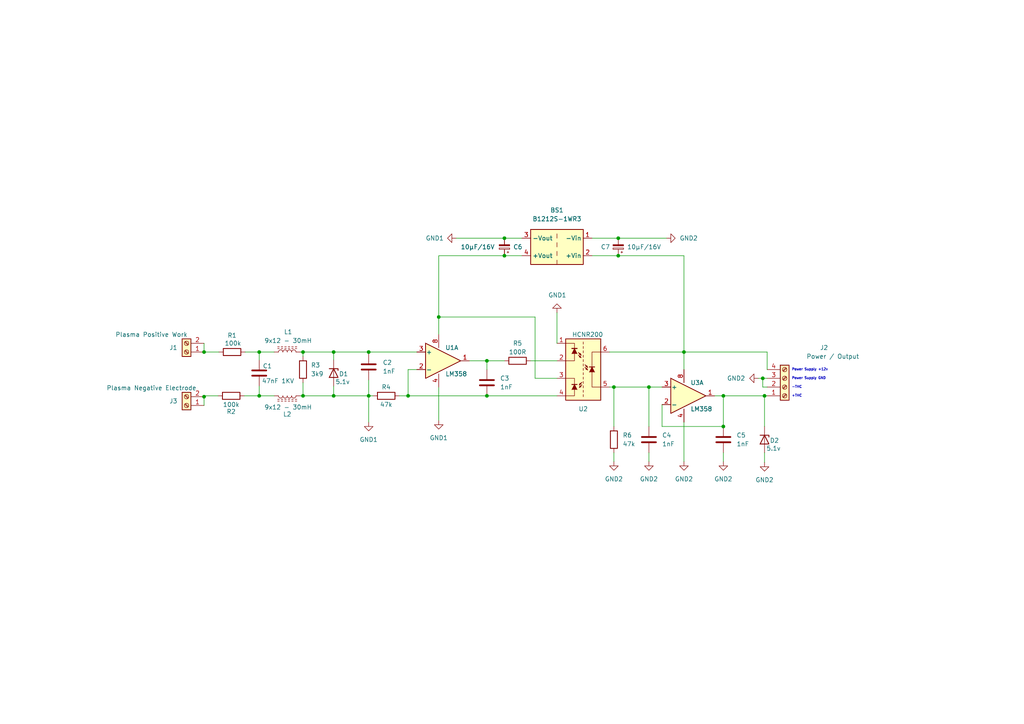
<source format=kicad_sch>
(kicad_sch (version 20211123) (generator eeschema)

  (uuid 69b610bc-5837-4485-aa91-b5de9a32db0d)

  (paper "A4")

  (title_block
    (title "Plasma Voltage Divider Opto-Isolator")
    (date "2023-04-16")
    (company "Mehmet Ibrahim")
    (comment 1 "https://www.youtube.com/@MehmetIbrahim")
    (comment 2 "Can be canceled and 2 separate sources can be used.")
    (comment 3 "B1212S-1WR3 was used to use a single source in the circuit.")
    (comment 4 "For complete isolation, the circuit must be fed from 2 different sources.")
  )

  (lib_symbols
    (symbol "Amplifier_Operational:LM358" (pin_names (offset 0.127)) (in_bom yes) (on_board yes)
      (property "Reference" "U" (id 0) (at 0 5.08 0)
        (effects (font (size 1.27 1.27)) (justify left))
      )
      (property "Value" "LM358" (id 1) (at 0 -5.08 0)
        (effects (font (size 1.27 1.27)) (justify left))
      )
      (property "Footprint" "" (id 2) (at 0 0 0)
        (effects (font (size 1.27 1.27)) hide)
      )
      (property "Datasheet" "http://www.ti.com/lit/ds/symlink/lm2904-n.pdf" (id 3) (at 0 0 0)
        (effects (font (size 1.27 1.27)) hide)
      )
      (property "ki_locked" "" (id 4) (at 0 0 0)
        (effects (font (size 1.27 1.27)))
      )
      (property "ki_keywords" "dual opamp" (id 5) (at 0 0 0)
        (effects (font (size 1.27 1.27)) hide)
      )
      (property "ki_description" "Low-Power, Dual Operational Amplifiers, DIP-8/SOIC-8/TO-99-8" (id 6) (at 0 0 0)
        (effects (font (size 1.27 1.27)) hide)
      )
      (property "ki_fp_filters" "SOIC*3.9x4.9mm*P1.27mm* DIP*W7.62mm* TO*99* OnSemi*Micro8* TSSOP*3x3mm*P0.65mm* TSSOP*4.4x3mm*P0.65mm* MSOP*3x3mm*P0.65mm* SSOP*3.9x4.9mm*P0.635mm* LFCSP*2x2mm*P0.5mm* *SIP* SOIC*5.3x6.2mm*P1.27mm*" (id 7) (at 0 0 0)
        (effects (font (size 1.27 1.27)) hide)
      )
      (symbol "LM358_1_1"
        (polyline
          (pts
            (xy -5.08 5.08)
            (xy 5.08 0)
            (xy -5.08 -5.08)
            (xy -5.08 5.08)
          )
          (stroke (width 0.254) (type default) (color 0 0 0 0))
          (fill (type background))
        )
        (pin output line (at 7.62 0 180) (length 2.54)
          (name "~" (effects (font (size 1.27 1.27))))
          (number "1" (effects (font (size 1.27 1.27))))
        )
        (pin input line (at -7.62 -2.54 0) (length 2.54)
          (name "-" (effects (font (size 1.27 1.27))))
          (number "2" (effects (font (size 1.27 1.27))))
        )
        (pin input line (at -7.62 2.54 0) (length 2.54)
          (name "+" (effects (font (size 1.27 1.27))))
          (number "3" (effects (font (size 1.27 1.27))))
        )
      )
      (symbol "LM358_2_1"
        (polyline
          (pts
            (xy -5.08 5.08)
            (xy 5.08 0)
            (xy -5.08 -5.08)
            (xy -5.08 5.08)
          )
          (stroke (width 0.254) (type default) (color 0 0 0 0))
          (fill (type background))
        )
        (pin input line (at -7.62 2.54 0) (length 2.54)
          (name "+" (effects (font (size 1.27 1.27))))
          (number "5" (effects (font (size 1.27 1.27))))
        )
        (pin input line (at -7.62 -2.54 0) (length 2.54)
          (name "-" (effects (font (size 1.27 1.27))))
          (number "6" (effects (font (size 1.27 1.27))))
        )
        (pin output line (at 7.62 0 180) (length 2.54)
          (name "~" (effects (font (size 1.27 1.27))))
          (number "7" (effects (font (size 1.27 1.27))))
        )
      )
      (symbol "LM358_3_1"
        (pin power_in line (at -2.54 -7.62 90) (length 3.81)
          (name "V-" (effects (font (size 1.27 1.27))))
          (number "4" (effects (font (size 1.27 1.27))))
        )
        (pin power_in line (at -2.54 7.62 270) (length 3.81)
          (name "V+" (effects (font (size 1.27 1.27))))
          (number "8" (effects (font (size 1.27 1.27))))
        )
      )
    )
    (symbol "Connector:Screw_Terminal_01x02" (pin_names (offset 1.016) hide) (in_bom yes) (on_board yes)
      (property "Reference" "J" (id 0) (at 0 2.54 0)
        (effects (font (size 1.27 1.27)))
      )
      (property "Value" "Screw_Terminal_01x02" (id 1) (at 0 -5.08 0)
        (effects (font (size 1.27 1.27)))
      )
      (property "Footprint" "" (id 2) (at 0 0 0)
        (effects (font (size 1.27 1.27)) hide)
      )
      (property "Datasheet" "~" (id 3) (at 0 0 0)
        (effects (font (size 1.27 1.27)) hide)
      )
      (property "ki_keywords" "screw terminal" (id 4) (at 0 0 0)
        (effects (font (size 1.27 1.27)) hide)
      )
      (property "ki_description" "Generic screw terminal, single row, 01x02, script generated (kicad-library-utils/schlib/autogen/connector/)" (id 5) (at 0 0 0)
        (effects (font (size 1.27 1.27)) hide)
      )
      (property "ki_fp_filters" "TerminalBlock*:*" (id 6) (at 0 0 0)
        (effects (font (size 1.27 1.27)) hide)
      )
      (symbol "Screw_Terminal_01x02_1_1"
        (rectangle (start -1.27 1.27) (end 1.27 -3.81)
          (stroke (width 0.254) (type default) (color 0 0 0 0))
          (fill (type background))
        )
        (circle (center 0 -2.54) (radius 0.635)
          (stroke (width 0.1524) (type default) (color 0 0 0 0))
          (fill (type none))
        )
        (polyline
          (pts
            (xy -0.5334 -2.2098)
            (xy 0.3302 -3.048)
          )
          (stroke (width 0.1524) (type default) (color 0 0 0 0))
          (fill (type none))
        )
        (polyline
          (pts
            (xy -0.5334 0.3302)
            (xy 0.3302 -0.508)
          )
          (stroke (width 0.1524) (type default) (color 0 0 0 0))
          (fill (type none))
        )
        (polyline
          (pts
            (xy -0.3556 -2.032)
            (xy 0.508 -2.8702)
          )
          (stroke (width 0.1524) (type default) (color 0 0 0 0))
          (fill (type none))
        )
        (polyline
          (pts
            (xy -0.3556 0.508)
            (xy 0.508 -0.3302)
          )
          (stroke (width 0.1524) (type default) (color 0 0 0 0))
          (fill (type none))
        )
        (circle (center 0 0) (radius 0.635)
          (stroke (width 0.1524) (type default) (color 0 0 0 0))
          (fill (type none))
        )
        (pin passive line (at -5.08 0 0) (length 3.81)
          (name "Pin_1" (effects (font (size 1.27 1.27))))
          (number "1" (effects (font (size 1.27 1.27))))
        )
        (pin passive line (at -5.08 -2.54 0) (length 3.81)
          (name "Pin_2" (effects (font (size 1.27 1.27))))
          (number "2" (effects (font (size 1.27 1.27))))
        )
      )
    )
    (symbol "Connector:Screw_Terminal_01x04" (pin_names (offset 1.016) hide) (in_bom yes) (on_board yes)
      (property "Reference" "J" (id 0) (at 0 5.08 0)
        (effects (font (size 1.27 1.27)))
      )
      (property "Value" "Screw_Terminal_01x04" (id 1) (at 0 -7.62 0)
        (effects (font (size 1.27 1.27)))
      )
      (property "Footprint" "" (id 2) (at 0 0 0)
        (effects (font (size 1.27 1.27)) hide)
      )
      (property "Datasheet" "~" (id 3) (at 0 0 0)
        (effects (font (size 1.27 1.27)) hide)
      )
      (property "ki_keywords" "screw terminal" (id 4) (at 0 0 0)
        (effects (font (size 1.27 1.27)) hide)
      )
      (property "ki_description" "Generic screw terminal, single row, 01x04, script generated (kicad-library-utils/schlib/autogen/connector/)" (id 5) (at 0 0 0)
        (effects (font (size 1.27 1.27)) hide)
      )
      (property "ki_fp_filters" "TerminalBlock*:*" (id 6) (at 0 0 0)
        (effects (font (size 1.27 1.27)) hide)
      )
      (symbol "Screw_Terminal_01x04_1_1"
        (rectangle (start -1.27 3.81) (end 1.27 -6.35)
          (stroke (width 0.254) (type default) (color 0 0 0 0))
          (fill (type background))
        )
        (circle (center 0 -5.08) (radius 0.635)
          (stroke (width 0.1524) (type default) (color 0 0 0 0))
          (fill (type none))
        )
        (circle (center 0 -2.54) (radius 0.635)
          (stroke (width 0.1524) (type default) (color 0 0 0 0))
          (fill (type none))
        )
        (polyline
          (pts
            (xy -0.5334 -4.7498)
            (xy 0.3302 -5.588)
          )
          (stroke (width 0.1524) (type default) (color 0 0 0 0))
          (fill (type none))
        )
        (polyline
          (pts
            (xy -0.5334 -2.2098)
            (xy 0.3302 -3.048)
          )
          (stroke (width 0.1524) (type default) (color 0 0 0 0))
          (fill (type none))
        )
        (polyline
          (pts
            (xy -0.5334 0.3302)
            (xy 0.3302 -0.508)
          )
          (stroke (width 0.1524) (type default) (color 0 0 0 0))
          (fill (type none))
        )
        (polyline
          (pts
            (xy -0.5334 2.8702)
            (xy 0.3302 2.032)
          )
          (stroke (width 0.1524) (type default) (color 0 0 0 0))
          (fill (type none))
        )
        (polyline
          (pts
            (xy -0.3556 -4.572)
            (xy 0.508 -5.4102)
          )
          (stroke (width 0.1524) (type default) (color 0 0 0 0))
          (fill (type none))
        )
        (polyline
          (pts
            (xy -0.3556 -2.032)
            (xy 0.508 -2.8702)
          )
          (stroke (width 0.1524) (type default) (color 0 0 0 0))
          (fill (type none))
        )
        (polyline
          (pts
            (xy -0.3556 0.508)
            (xy 0.508 -0.3302)
          )
          (stroke (width 0.1524) (type default) (color 0 0 0 0))
          (fill (type none))
        )
        (polyline
          (pts
            (xy -0.3556 3.048)
            (xy 0.508 2.2098)
          )
          (stroke (width 0.1524) (type default) (color 0 0 0 0))
          (fill (type none))
        )
        (circle (center 0 0) (radius 0.635)
          (stroke (width 0.1524) (type default) (color 0 0 0 0))
          (fill (type none))
        )
        (circle (center 0 2.54) (radius 0.635)
          (stroke (width 0.1524) (type default) (color 0 0 0 0))
          (fill (type none))
        )
        (pin passive line (at -5.08 2.54 0) (length 3.81)
          (name "Pin_1" (effects (font (size 1.27 1.27))))
          (number "1" (effects (font (size 1.27 1.27))))
        )
        (pin passive line (at -5.08 0 0) (length 3.81)
          (name "Pin_2" (effects (font (size 1.27 1.27))))
          (number "2" (effects (font (size 1.27 1.27))))
        )
        (pin passive line (at -5.08 -2.54 0) (length 3.81)
          (name "Pin_3" (effects (font (size 1.27 1.27))))
          (number "3" (effects (font (size 1.27 1.27))))
        )
        (pin passive line (at -5.08 -5.08 0) (length 3.81)
          (name "Pin_4" (effects (font (size 1.27 1.27))))
          (number "4" (effects (font (size 1.27 1.27))))
        )
      )
    )
    (symbol "Converter_DCDC:MEE1S1212SC" (in_bom yes) (on_board yes)
      (property "Reference" "PS" (id 0) (at -7.62 6.35 0)
        (effects (font (size 1.27 1.27)) (justify left))
      )
      (property "Value" "MEE1S1212SC" (id 1) (at 1.27 6.35 0)
        (effects (font (size 1.27 1.27)) (justify left))
      )
      (property "Footprint" "Converter_DCDC:Converter_DCDC_Murata_MEE1SxxxxSC_THT" (id 2) (at -26.67 -6.35 0)
        (effects (font (size 1.27 1.27)) (justify left) hide)
      )
      (property "Datasheet" "https://power.murata.com/pub/data/power/ncl/kdc_mee1.pdf" (id 3) (at 26.67 -7.62 0)
        (effects (font (size 1.27 1.27)) (justify left) hide)
      )
      (property "ki_keywords" "murata DC/DC isolated converter" (id 4) (at 0 0 0)
        (effects (font (size 1.27 1.27)) hide)
      )
      (property "ki_description" "1W, 1000 VDC isolated DC/DC converter, 12V input, 12V output, SIP" (id 5) (at 0 0 0)
        (effects (font (size 1.27 1.27)) hide)
      )
      (property "ki_fp_filters" "Converter*DCDC*Murata*MEE1SxxxxSC*THT*" (id 6) (at 0 0 0)
        (effects (font (size 1.27 1.27)) hide)
      )
      (symbol "MEE1S1212SC_0_0"
        (pin power_in line (at -10.16 -2.54 0) (length 2.54)
          (name "-Vin" (effects (font (size 1.27 1.27))))
          (number "1" (effects (font (size 1.27 1.27))))
        )
        (pin power_in line (at -10.16 2.54 0) (length 2.54)
          (name "+Vin" (effects (font (size 1.27 1.27))))
          (number "2" (effects (font (size 1.27 1.27))))
        )
        (pin power_out line (at 10.16 -2.54 180) (length 2.54)
          (name "-Vout" (effects (font (size 1.27 1.27))))
          (number "3" (effects (font (size 1.27 1.27))))
        )
        (pin power_out line (at 10.16 2.54 180) (length 2.54)
          (name "+Vout" (effects (font (size 1.27 1.27))))
          (number "4" (effects (font (size 1.27 1.27))))
        )
      )
      (symbol "MEE1S1212SC_0_1"
        (rectangle (start -7.62 5.08) (end 7.62 -5.08)
          (stroke (width 0.254) (type default) (color 0 0 0 0))
          (fill (type background))
        )
        (polyline
          (pts
            (xy 0 -2.54)
            (xy 0 -3.81)
          )
          (stroke (width 0) (type default) (color 0 0 0 0))
          (fill (type none))
        )
        (polyline
          (pts
            (xy 0 0)
            (xy 0 -1.27)
          )
          (stroke (width 0) (type default) (color 0 0 0 0))
          (fill (type none))
        )
        (polyline
          (pts
            (xy 0 2.54)
            (xy 0 1.27)
          )
          (stroke (width 0) (type default) (color 0 0 0 0))
          (fill (type none))
        )
        (polyline
          (pts
            (xy 0 5.08)
            (xy 0 3.81)
          )
          (stroke (width 0) (type default) (color 0 0 0 0))
          (fill (type none))
        )
      )
    )
    (symbol "Device:C" (pin_numbers hide) (pin_names (offset 0.254)) (in_bom yes) (on_board yes)
      (property "Reference" "C" (id 0) (at 0.635 2.54 0)
        (effects (font (size 1.27 1.27)) (justify left))
      )
      (property "Value" "C" (id 1) (at 0.635 -2.54 0)
        (effects (font (size 1.27 1.27)) (justify left))
      )
      (property "Footprint" "" (id 2) (at 0.9652 -3.81 0)
        (effects (font (size 1.27 1.27)) hide)
      )
      (property "Datasheet" "~" (id 3) (at 0 0 0)
        (effects (font (size 1.27 1.27)) hide)
      )
      (property "ki_keywords" "cap capacitor" (id 4) (at 0 0 0)
        (effects (font (size 1.27 1.27)) hide)
      )
      (property "ki_description" "Unpolarized capacitor" (id 5) (at 0 0 0)
        (effects (font (size 1.27 1.27)) hide)
      )
      (property "ki_fp_filters" "C_*" (id 6) (at 0 0 0)
        (effects (font (size 1.27 1.27)) hide)
      )
      (symbol "C_0_1"
        (polyline
          (pts
            (xy -2.032 -0.762)
            (xy 2.032 -0.762)
          )
          (stroke (width 0.508) (type default) (color 0 0 0 0))
          (fill (type none))
        )
        (polyline
          (pts
            (xy -2.032 0.762)
            (xy 2.032 0.762)
          )
          (stroke (width 0.508) (type default) (color 0 0 0 0))
          (fill (type none))
        )
      )
      (symbol "C_1_1"
        (pin passive line (at 0 3.81 270) (length 2.794)
          (name "~" (effects (font (size 1.27 1.27))))
          (number "1" (effects (font (size 1.27 1.27))))
        )
        (pin passive line (at 0 -3.81 90) (length 2.794)
          (name "~" (effects (font (size 1.27 1.27))))
          (number "2" (effects (font (size 1.27 1.27))))
        )
      )
    )
    (symbol "Device:C_Polarized_Small" (pin_numbers hide) (pin_names (offset 0.254) hide) (in_bom yes) (on_board yes)
      (property "Reference" "C" (id 0) (at 0.254 1.778 0)
        (effects (font (size 1.27 1.27)) (justify left))
      )
      (property "Value" "C_Polarized_Small" (id 1) (at 0.254 -2.032 0)
        (effects (font (size 1.27 1.27)) (justify left))
      )
      (property "Footprint" "" (id 2) (at 0 0 0)
        (effects (font (size 1.27 1.27)) hide)
      )
      (property "Datasheet" "~" (id 3) (at 0 0 0)
        (effects (font (size 1.27 1.27)) hide)
      )
      (property "ki_keywords" "cap capacitor" (id 4) (at 0 0 0)
        (effects (font (size 1.27 1.27)) hide)
      )
      (property "ki_description" "Polarized capacitor, small symbol" (id 5) (at 0 0 0)
        (effects (font (size 1.27 1.27)) hide)
      )
      (property "ki_fp_filters" "CP_*" (id 6) (at 0 0 0)
        (effects (font (size 1.27 1.27)) hide)
      )
      (symbol "C_Polarized_Small_0_1"
        (rectangle (start -1.524 -0.3048) (end 1.524 -0.6858)
          (stroke (width 0) (type default) (color 0 0 0 0))
          (fill (type outline))
        )
        (rectangle (start -1.524 0.6858) (end 1.524 0.3048)
          (stroke (width 0) (type default) (color 0 0 0 0))
          (fill (type none))
        )
        (polyline
          (pts
            (xy -1.27 1.524)
            (xy -0.762 1.524)
          )
          (stroke (width 0) (type default) (color 0 0 0 0))
          (fill (type none))
        )
        (polyline
          (pts
            (xy -1.016 1.27)
            (xy -1.016 1.778)
          )
          (stroke (width 0) (type default) (color 0 0 0 0))
          (fill (type none))
        )
      )
      (symbol "C_Polarized_Small_1_1"
        (pin passive line (at 0 2.54 270) (length 1.8542)
          (name "~" (effects (font (size 1.27 1.27))))
          (number "1" (effects (font (size 1.27 1.27))))
        )
        (pin passive line (at 0 -2.54 90) (length 1.8542)
          (name "~" (effects (font (size 1.27 1.27))))
          (number "2" (effects (font (size 1.27 1.27))))
        )
      )
    )
    (symbol "Device:D_Zener" (pin_numbers hide) (pin_names (offset 1.016) hide) (in_bom yes) (on_board yes)
      (property "Reference" "D" (id 0) (at 0 2.54 0)
        (effects (font (size 1.27 1.27)))
      )
      (property "Value" "D_Zener" (id 1) (at 0 -2.54 0)
        (effects (font (size 1.27 1.27)))
      )
      (property "Footprint" "" (id 2) (at 0 0 0)
        (effects (font (size 1.27 1.27)) hide)
      )
      (property "Datasheet" "~" (id 3) (at 0 0 0)
        (effects (font (size 1.27 1.27)) hide)
      )
      (property "ki_keywords" "diode" (id 4) (at 0 0 0)
        (effects (font (size 1.27 1.27)) hide)
      )
      (property "ki_description" "Zener diode" (id 5) (at 0 0 0)
        (effects (font (size 1.27 1.27)) hide)
      )
      (property "ki_fp_filters" "TO-???* *_Diode_* *SingleDiode* D_*" (id 6) (at 0 0 0)
        (effects (font (size 1.27 1.27)) hide)
      )
      (symbol "D_Zener_0_1"
        (polyline
          (pts
            (xy 1.27 0)
            (xy -1.27 0)
          )
          (stroke (width 0) (type default) (color 0 0 0 0))
          (fill (type none))
        )
        (polyline
          (pts
            (xy -1.27 -1.27)
            (xy -1.27 1.27)
            (xy -0.762 1.27)
          )
          (stroke (width 0.254) (type default) (color 0 0 0 0))
          (fill (type none))
        )
        (polyline
          (pts
            (xy 1.27 -1.27)
            (xy 1.27 1.27)
            (xy -1.27 0)
            (xy 1.27 -1.27)
          )
          (stroke (width 0.254) (type default) (color 0 0 0 0))
          (fill (type none))
        )
      )
      (symbol "D_Zener_1_1"
        (pin passive line (at -3.81 0 0) (length 2.54)
          (name "K" (effects (font (size 1.27 1.27))))
          (number "1" (effects (font (size 1.27 1.27))))
        )
        (pin passive line (at 3.81 0 180) (length 2.54)
          (name "A" (effects (font (size 1.27 1.27))))
          (number "2" (effects (font (size 1.27 1.27))))
        )
      )
    )
    (symbol "Device:L_Ferrite" (pin_numbers hide) (pin_names (offset 1.016) hide) (in_bom yes) (on_board yes)
      (property "Reference" "L" (id 0) (at -1.27 0 90)
        (effects (font (size 1.27 1.27)))
      )
      (property "Value" "L_Ferrite" (id 1) (at 2.794 0 90)
        (effects (font (size 1.27 1.27)))
      )
      (property "Footprint" "" (id 2) (at 0 0 0)
        (effects (font (size 1.27 1.27)) hide)
      )
      (property "Datasheet" "~" (id 3) (at 0 0 0)
        (effects (font (size 1.27 1.27)) hide)
      )
      (property "ki_keywords" "inductor choke coil reactor magnetic" (id 4) (at 0 0 0)
        (effects (font (size 1.27 1.27)) hide)
      )
      (property "ki_description" "Inductor with ferrite core" (id 5) (at 0 0 0)
        (effects (font (size 1.27 1.27)) hide)
      )
      (property "ki_fp_filters" "Choke_* *Coil* Inductor_* L_*" (id 6) (at 0 0 0)
        (effects (font (size 1.27 1.27)) hide)
      )
      (symbol "L_Ferrite_0_1"
        (arc (start 0 -2.54) (mid 0.635 -1.905) (end 0 -1.27)
          (stroke (width 0) (type default) (color 0 0 0 0))
          (fill (type none))
        )
        (arc (start 0 -1.27) (mid 0.635 -0.635) (end 0 0)
          (stroke (width 0) (type default) (color 0 0 0 0))
          (fill (type none))
        )
        (polyline
          (pts
            (xy 1.016 -2.794)
            (xy 1.016 -2.286)
          )
          (stroke (width 0) (type default) (color 0 0 0 0))
          (fill (type none))
        )
        (polyline
          (pts
            (xy 1.016 -1.778)
            (xy 1.016 -1.27)
          )
          (stroke (width 0) (type default) (color 0 0 0 0))
          (fill (type none))
        )
        (polyline
          (pts
            (xy 1.016 -0.762)
            (xy 1.016 -0.254)
          )
          (stroke (width 0) (type default) (color 0 0 0 0))
          (fill (type none))
        )
        (polyline
          (pts
            (xy 1.016 0.254)
            (xy 1.016 0.762)
          )
          (stroke (width 0) (type default) (color 0 0 0 0))
          (fill (type none))
        )
        (polyline
          (pts
            (xy 1.016 1.27)
            (xy 1.016 1.778)
          )
          (stroke (width 0) (type default) (color 0 0 0 0))
          (fill (type none))
        )
        (polyline
          (pts
            (xy 1.016 2.286)
            (xy 1.016 2.794)
          )
          (stroke (width 0) (type default) (color 0 0 0 0))
          (fill (type none))
        )
        (polyline
          (pts
            (xy 1.524 -2.286)
            (xy 1.524 -2.794)
          )
          (stroke (width 0) (type default) (color 0 0 0 0))
          (fill (type none))
        )
        (polyline
          (pts
            (xy 1.524 -1.27)
            (xy 1.524 -1.778)
          )
          (stroke (width 0) (type default) (color 0 0 0 0))
          (fill (type none))
        )
        (polyline
          (pts
            (xy 1.524 -0.254)
            (xy 1.524 -0.762)
          )
          (stroke (width 0) (type default) (color 0 0 0 0))
          (fill (type none))
        )
        (polyline
          (pts
            (xy 1.524 0.762)
            (xy 1.524 0.254)
          )
          (stroke (width 0) (type default) (color 0 0 0 0))
          (fill (type none))
        )
        (polyline
          (pts
            (xy 1.524 1.778)
            (xy 1.524 1.27)
          )
          (stroke (width 0) (type default) (color 0 0 0 0))
          (fill (type none))
        )
        (polyline
          (pts
            (xy 1.524 2.794)
            (xy 1.524 2.286)
          )
          (stroke (width 0) (type default) (color 0 0 0 0))
          (fill (type none))
        )
        (arc (start 0 0) (mid 0.635 0.635) (end 0 1.27)
          (stroke (width 0) (type default) (color 0 0 0 0))
          (fill (type none))
        )
        (arc (start 0 1.27) (mid 0.635 1.905) (end 0 2.54)
          (stroke (width 0) (type default) (color 0 0 0 0))
          (fill (type none))
        )
      )
      (symbol "L_Ferrite_1_1"
        (pin passive line (at 0 3.81 270) (length 1.27)
          (name "1" (effects (font (size 1.27 1.27))))
          (number "1" (effects (font (size 1.27 1.27))))
        )
        (pin passive line (at 0 -3.81 90) (length 1.27)
          (name "2" (effects (font (size 1.27 1.27))))
          (number "2" (effects (font (size 1.27 1.27))))
        )
      )
    )
    (symbol "Device:R" (pin_numbers hide) (pin_names (offset 0)) (in_bom yes) (on_board yes)
      (property "Reference" "R" (id 0) (at 2.032 0 90)
        (effects (font (size 1.27 1.27)))
      )
      (property "Value" "R" (id 1) (at 0 0 90)
        (effects (font (size 1.27 1.27)))
      )
      (property "Footprint" "" (id 2) (at -1.778 0 90)
        (effects (font (size 1.27 1.27)) hide)
      )
      (property "Datasheet" "~" (id 3) (at 0 0 0)
        (effects (font (size 1.27 1.27)) hide)
      )
      (property "ki_keywords" "R res resistor" (id 4) (at 0 0 0)
        (effects (font (size 1.27 1.27)) hide)
      )
      (property "ki_description" "Resistor" (id 5) (at 0 0 0)
        (effects (font (size 1.27 1.27)) hide)
      )
      (property "ki_fp_filters" "R_*" (id 6) (at 0 0 0)
        (effects (font (size 1.27 1.27)) hide)
      )
      (symbol "R_0_1"
        (rectangle (start -1.016 -2.54) (end 1.016 2.54)
          (stroke (width 0.254) (type default) (color 0 0 0 0))
          (fill (type none))
        )
      )
      (symbol "R_1_1"
        (pin passive line (at 0 3.81 270) (length 1.27)
          (name "~" (effects (font (size 1.27 1.27))))
          (number "1" (effects (font (size 1.27 1.27))))
        )
        (pin passive line (at 0 -3.81 90) (length 1.27)
          (name "~" (effects (font (size 1.27 1.27))))
          (number "2" (effects (font (size 1.27 1.27))))
        )
      )
    )
    (symbol "Isolator_Analog:HCNR200" (pin_names (offset 1.016)) (in_bom yes) (on_board yes)
      (property "Reference" "U" (id 0) (at -5.08 10.16 0)
        (effects (font (size 1.27 1.27)) (justify left))
      )
      (property "Value" "HCNR200" (id 1) (at 0 10.16 0)
        (effects (font (size 1.27 1.27)) (justify left))
      )
      (property "Footprint" "" (id 2) (at -7.62 7.62 0)
        (effects (font (size 1.27 1.27)) (justify left) hide)
      )
      (property "Datasheet" "http://www.vishay.com/docs/83622/il300.pdf" (id 3) (at -5.08 10.16 0)
        (effects (font (size 1.27 1.27)) (justify left) hide)
      )
      (property "ki_keywords" "Isolated Linear Photocoupler" (id 4) (at 0 0 0)
        (effects (font (size 1.27 1.27)) hide)
      )
      (property "ki_description" "Isolated Linear Photocoupler, High Gain, Wideband, DIP8/SMD-DIP8" (id 5) (at 0 0 0)
        (effects (font (size 1.27 1.27)) hide)
      )
      (property "ki_fp_filters" "DIP*W7.62mm* DIP*W10.16mm* SMDIP*W7.62mm* SMDIP*W9.53mm* SMDIP*W11.48mm*" (id 6) (at 0 0 0)
        (effects (font (size 1.27 1.27)) hide)
      )
      (symbol "HCNR200_0_1"
        (rectangle (start -5.08 8.89) (end 5.08 -8.89)
          (stroke (width 0.254) (type default) (color 0 0 0 0))
          (fill (type background))
        )
        (polyline
          (pts
            (xy -3.302 -4.318)
            (xy -1.778 -4.318)
          )
          (stroke (width 0.254) (type default) (color 0 0 0 0))
          (fill (type none))
        )
        (polyline
          (pts
            (xy -1.778 6.1214)
            (xy -3.302 6.1214)
          )
          (stroke (width 0.254) (type default) (color 0 0 0 0))
          (fill (type none))
        )
        (polyline
          (pts
            (xy -1.778 6.1468)
            (xy -3.302 6.1468)
          )
          (stroke (width 0.254) (type default) (color 0 0 0 0))
          (fill (type none))
        )
        (polyline
          (pts
            (xy 0 -7.239)
            (xy 0 -7.874)
          )
          (stroke (width 0) (type default) (color 0 0 0 0))
          (fill (type none))
        )
        (polyline
          (pts
            (xy 0 -5.969)
            (xy 0 -6.604)
          )
          (stroke (width 0) (type default) (color 0 0 0 0))
          (fill (type none))
        )
        (polyline
          (pts
            (xy 0 -4.699)
            (xy 0 -5.334)
          )
          (stroke (width 0) (type default) (color 0 0 0 0))
          (fill (type none))
        )
        (polyline
          (pts
            (xy 0 -3.429)
            (xy 0 -4.064)
          )
          (stroke (width 0) (type default) (color 0 0 0 0))
          (fill (type none))
        )
        (polyline
          (pts
            (xy 0 -2.159)
            (xy 0 -2.794)
          )
          (stroke (width 0) (type default) (color 0 0 0 0))
          (fill (type none))
        )
        (polyline
          (pts
            (xy 0 -0.889)
            (xy 0 -1.524)
          )
          (stroke (width 0) (type default) (color 0 0 0 0))
          (fill (type none))
        )
        (polyline
          (pts
            (xy 0 0.381)
            (xy 0 -0.254)
          )
          (stroke (width 0) (type default) (color 0 0 0 0))
          (fill (type none))
        )
        (polyline
          (pts
            (xy 0 1.651)
            (xy 0 1.016)
          )
          (stroke (width 0) (type default) (color 0 0 0 0))
          (fill (type none))
        )
        (polyline
          (pts
            (xy 0 2.921)
            (xy 0 2.286)
          )
          (stroke (width 0) (type default) (color 0 0 0 0))
          (fill (type none))
        )
        (polyline
          (pts
            (xy 0 4.191)
            (xy 0 3.556)
          )
          (stroke (width 0) (type default) (color 0 0 0 0))
          (fill (type none))
        )
        (polyline
          (pts
            (xy 0 5.461)
            (xy 0 4.826)
          )
          (stroke (width 0) (type default) (color 0 0 0 0))
          (fill (type none))
        )
        (polyline
          (pts
            (xy 0 6.731)
            (xy 0 6.096)
          )
          (stroke (width 0) (type default) (color 0 0 0 0))
          (fill (type none))
        )
        (polyline
          (pts
            (xy 0 8.001)
            (xy 0 7.366)
          )
          (stroke (width 0) (type default) (color 0 0 0 0))
          (fill (type none))
        )
        (polyline
          (pts
            (xy 1.778 0.762)
            (xy 3.302 0.762)
          )
          (stroke (width 0.254) (type default) (color 0 0 0 0))
          (fill (type none))
        )
        (polyline
          (pts
            (xy -3.302 -5.842)
            (xy -2.54 -4.318)
            (xy -1.778 -5.842)
          )
          (stroke (width 0) (type default) (color 0 0 0 0))
          (fill (type outline))
        )
        (polyline
          (pts
            (xy -3.302 4.572)
            (xy -2.54 6.096)
            (xy -1.778 4.572)
          )
          (stroke (width 0) (type default) (color 0 0 0 0))
          (fill (type outline))
        )
        (polyline
          (pts
            (xy -1.397 4.953)
            (xy -0.635 4.191)
            (xy -0.635 4.191)
          )
          (stroke (width 0) (type default) (color 0 0 0 0))
          (fill (type none))
        )
        (polyline
          (pts
            (xy -1.397 4.953)
            (xy -0.635 4.191)
            (xy -0.635 4.191)
          )
          (stroke (width 0) (type default) (color 0 0 0 0))
          (fill (type none))
        )
        (polyline
          (pts
            (xy -0.381 -3.683)
            (xy -1.143 -4.445)
            (xy -1.143 -4.445)
          )
          (stroke (width 0) (type default) (color 0 0 0 0))
          (fill (type none))
        )
        (polyline
          (pts
            (xy -0.381 -3.683)
            (xy -1.143 -4.445)
            (xy -1.143 -4.445)
          )
          (stroke (width 0) (type default) (color 0 0 0 0))
          (fill (type none))
        )
        (polyline
          (pts
            (xy 0.508 1.397)
            (xy 1.27 0.635)
            (xy 1.27 0.635)
          )
          (stroke (width 0) (type default) (color 0 0 0 0))
          (fill (type none))
        )
        (polyline
          (pts
            (xy 0.508 1.397)
            (xy 1.27 0.635)
            (xy 1.27 0.635)
          )
          (stroke (width 0) (type default) (color 0 0 0 0))
          (fill (type none))
        )
        (polyline
          (pts
            (xy 1.778 -0.762)
            (xy 2.54 0.762)
            (xy 3.302 -0.762)
          )
          (stroke (width 0) (type default) (color 0 0 0 0))
          (fill (type outline))
        )
        (polyline
          (pts
            (xy -5.08 -2.54)
            (xy -2.54 -2.54)
            (xy -2.54 -7.62)
            (xy -5.08 -7.62)
          )
          (stroke (width 0) (type default) (color 0 0 0 0))
          (fill (type none))
        )
        (polyline
          (pts
            (xy -5.08 7.62)
            (xy -2.54 7.62)
            (xy -2.54 2.54)
            (xy -5.08 2.54)
          )
          (stroke (width 0) (type default) (color 0 0 0 0))
          (fill (type none))
        )
        (polyline
          (pts
            (xy 5.08 5.08)
            (xy 2.54 5.08)
            (xy 2.54 -5.08)
            (xy 5.08 -5.08)
          )
          (stroke (width 0) (type default) (color 0 0 0 0))
          (fill (type none))
        )
        (polyline
          (pts
            (xy -1.143 -4.445)
            (xy -0.889 -3.937)
            (xy -0.635 -4.191)
            (xy -1.143 -4.445)
            (xy -1.143 -4.445)
          )
          (stroke (width 0) (type default) (color 0 0 0 0))
          (fill (type none))
        )
        (polyline
          (pts
            (xy -1.143 -4.445)
            (xy -0.889 -3.937)
            (xy -0.635 -4.191)
            (xy -1.143 -4.445)
            (xy -1.143 -4.445)
          )
          (stroke (width 0) (type default) (color 0 0 0 0))
          (fill (type none))
        )
        (polyline
          (pts
            (xy -0.635 4.191)
            (xy -0.889 4.699)
            (xy -1.143 4.445)
            (xy -0.635 4.191)
            (xy -0.635 4.191)
          )
          (stroke (width 0) (type default) (color 0 0 0 0))
          (fill (type none))
        )
        (polyline
          (pts
            (xy -0.635 4.191)
            (xy -0.889 4.699)
            (xy -1.143 4.445)
            (xy -0.635 4.191)
            (xy -0.635 4.191)
          )
          (stroke (width 0) (type default) (color 0 0 0 0))
          (fill (type none))
        )
        (polyline
          (pts
            (xy 1.27 0.635)
            (xy 1.016 1.143)
            (xy 0.762 0.889)
            (xy 1.27 0.635)
            (xy 1.27 0.635)
          )
          (stroke (width 0) (type default) (color 0 0 0 0))
          (fill (type none))
        )
        (polyline
          (pts
            (xy 1.27 0.635)
            (xy 1.016 1.143)
            (xy 0.762 0.889)
            (xy 1.27 0.635)
            (xy 1.27 0.635)
          )
          (stroke (width 0) (type default) (color 0 0 0 0))
          (fill (type none))
        )
        (polyline
          (pts
            (xy -1.397 4.191)
            (xy -0.635 3.429)
            (xy -0.889 3.937)
            (xy -1.143 3.683)
            (xy -0.635 3.429)
            (xy -0.635 3.429)
          )
          (stroke (width 0) (type default) (color 0 0 0 0))
          (fill (type none))
        )
        (polyline
          (pts
            (xy -1.397 4.191)
            (xy -0.635 3.429)
            (xy -0.889 3.937)
            (xy -1.143 3.683)
            (xy -0.635 3.429)
            (xy -0.635 3.429)
          )
          (stroke (width 0) (type default) (color 0 0 0 0))
          (fill (type none))
        )
        (polyline
          (pts
            (xy -0.381 -4.445)
            (xy -1.143 -5.207)
            (xy -0.889 -4.699)
            (xy -0.635 -4.953)
            (xy -1.143 -5.207)
            (xy -1.143 -5.207)
          )
          (stroke (width 0) (type default) (color 0 0 0 0))
          (fill (type none))
        )
        (polyline
          (pts
            (xy -0.381 -4.445)
            (xy -1.143 -5.207)
            (xy -0.889 -4.699)
            (xy -0.635 -4.953)
            (xy -1.143 -5.207)
            (xy -1.143 -5.207)
          )
          (stroke (width 0) (type default) (color 0 0 0 0))
          (fill (type none))
        )
        (polyline
          (pts
            (xy 0.508 0.635)
            (xy 1.27 -0.127)
            (xy 1.016 0.381)
            (xy 0.762 0.127)
            (xy 1.27 -0.127)
            (xy 1.27 -0.127)
          )
          (stroke (width 0) (type default) (color 0 0 0 0))
          (fill (type none))
        )
        (polyline
          (pts
            (xy 0.508 0.635)
            (xy 1.27 -0.127)
            (xy 1.016 0.381)
            (xy 0.762 0.127)
            (xy 1.27 -0.127)
            (xy 1.27 -0.127)
          )
          (stroke (width 0) (type default) (color 0 0 0 0))
          (fill (type none))
        )
      )
      (symbol "HCNR200_1_1"
        (pin passive line (at -7.62 7.62 0) (length 2.54)
          (name "~" (effects (font (size 1.27 1.27))))
          (number "1" (effects (font (size 1.27 1.27))))
        )
        (pin passive line (at -7.62 2.54 0) (length 2.54)
          (name "~" (effects (font (size 1.27 1.27))))
          (number "2" (effects (font (size 1.27 1.27))))
        )
        (pin passive line (at -7.62 -2.54 0) (length 2.54)
          (name "~" (effects (font (size 1.27 1.27))))
          (number "3" (effects (font (size 1.27 1.27))))
        )
        (pin passive line (at -7.62 -7.62 0) (length 2.54)
          (name "~" (effects (font (size 1.27 1.27))))
          (number "4" (effects (font (size 1.27 1.27))))
        )
        (pin passive line (at 7.62 -5.08 180) (length 2.54)
          (name "~" (effects (font (size 1.27 1.27))))
          (number "5" (effects (font (size 1.27 1.27))))
        )
        (pin passive line (at 7.62 5.08 180) (length 2.54)
          (name "~" (effects (font (size 1.27 1.27))))
          (number "6" (effects (font (size 1.27 1.27))))
        )
        (pin no_connect line (at 7.62 2.54 180) (length 2.54) hide
          (name "NC" (effects (font (size 1.27 1.27))))
          (number "7" (effects (font (size 1.27 1.27))))
        )
        (pin no_connect line (at 7.62 0 180) (length 2.54) hide
          (name "NC" (effects (font (size 1.27 1.27))))
          (number "8" (effects (font (size 1.27 1.27))))
        )
      )
    )
    (symbol "LM358_1" (pin_names (offset 0.127) hide) (in_bom yes) (on_board yes)
      (property "Reference" "U" (id 0) (at 0 5.08 0)
        (effects (font (size 1.27 1.27)) (justify left))
      )
      (property "Value" "LM358_1" (id 1) (at 0 -5.08 0)
        (effects (font (size 1.27 1.27)) (justify left))
      )
      (property "Footprint" "" (id 2) (at 0 0 0)
        (effects (font (size 1.27 1.27)) hide)
      )
      (property "Datasheet" "http://www.ti.com/lit/ds/symlink/lm2904-n.pdf" (id 3) (at 0 0 0)
        (effects (font (size 1.27 1.27)) hide)
      )
      (property "ki_locked" "" (id 4) (at 0 0 0)
        (effects (font (size 1.27 1.27)))
      )
      (property "ki_keywords" "dual opamp" (id 5) (at 0 0 0)
        (effects (font (size 1.27 1.27)) hide)
      )
      (property "ki_description" "Low-Power, Dual Operational Amplifiers, DIP-8/SOIC-8/TO-99-8" (id 6) (at 0 0 0)
        (effects (font (size 1.27 1.27)) hide)
      )
      (property "ki_fp_filters" "SOIC*3.9x4.9mm*P1.27mm* DIP*W7.62mm* TO*99* OnSemi*Micro8* TSSOP*3x3mm*P0.65mm* TSSOP*4.4x3mm*P0.65mm* MSOP*3x3mm*P0.65mm* SSOP*3.9x4.9mm*P0.635mm* LFCSP*2x2mm*P0.5mm* *SIP* SOIC*5.3x6.2mm*P1.27mm*" (id 7) (at 0 0 0)
        (effects (font (size 1.27 1.27)) hide)
      )
      (symbol "LM358_1_1_1"
        (polyline
          (pts
            (xy -5.08 5.08)
            (xy 5.08 0)
            (xy -5.08 -5.08)
            (xy -5.08 5.08)
          )
          (stroke (width 0.254) (type default) (color 0 0 0 0))
          (fill (type background))
        )
        (pin output line (at 7.62 0 180) (length 2.54)
          (name "~" (effects (font (size 1.27 1.27))))
          (number "1" (effects (font (size 1.27 1.27))))
        )
        (pin input line (at -7.62 -2.54 0) (length 2.54)
          (name "-" (effects (font (size 1.27 1.27))))
          (number "2" (effects (font (size 1.27 1.27))))
        )
        (pin input line (at -7.62 2.54 0) (length 2.54)
          (name "+" (effects (font (size 1.27 1.27))))
          (number "3" (effects (font (size 1.27 1.27))))
        )
      )
      (symbol "LM358_1_2_1"
        (polyline
          (pts
            (xy -5.08 5.08)
            (xy 5.08 0)
            (xy -5.08 -5.08)
            (xy -5.08 5.08)
          )
          (stroke (width 0.254) (type default) (color 0 0 0 0))
          (fill (type background))
        )
        (pin input line (at -7.62 2.54 0) (length 2.54)
          (name "+" (effects (font (size 1.27 1.27))))
          (number "5" (effects (font (size 1.27 1.27))))
        )
        (pin input line (at -7.62 -2.54 0) (length 2.54)
          (name "-" (effects (font (size 1.27 1.27))))
          (number "6" (effects (font (size 1.27 1.27))))
        )
        (pin output line (at 7.62 0 180) (length 2.54)
          (name "~" (effects (font (size 1.27 1.27))))
          (number "7" (effects (font (size 1.27 1.27))))
        )
      )
      (symbol "LM358_1_3_1"
        (pin power_in line (at -2.54 -7.62 90) (length 3.81)
          (name "V-" (effects (font (size 1.27 1.27))))
          (number "4" (effects (font (size 1.27 1.27))))
        )
        (pin power_in line (at -2.54 7.62 270) (length 3.81)
          (name "V+" (effects (font (size 1.27 1.27))))
          (number "8" (effects (font (size 1.27 1.27))))
        )
      )
    )
    (symbol "LM358_2" (pin_names (offset 0.127) hide) (in_bom yes) (on_board yes)
      (property "Reference" "U" (id 0) (at 0 5.08 0)
        (effects (font (size 1.27 1.27)) (justify left))
      )
      (property "Value" "LM358_2" (id 1) (at 0 -5.08 0)
        (effects (font (size 1.27 1.27)) (justify left))
      )
      (property "Footprint" "" (id 2) (at 0 0 0)
        (effects (font (size 1.27 1.27)) hide)
      )
      (property "Datasheet" "http://www.ti.com/lit/ds/symlink/lm2904-n.pdf" (id 3) (at 0 0 0)
        (effects (font (size 1.27 1.27)) hide)
      )
      (property "ki_locked" "" (id 4) (at 0 0 0)
        (effects (font (size 1.27 1.27)))
      )
      (property "ki_keywords" "dual opamp" (id 5) (at 0 0 0)
        (effects (font (size 1.27 1.27)) hide)
      )
      (property "ki_description" "Low-Power, Dual Operational Amplifiers, DIP-8/SOIC-8/TO-99-8" (id 6) (at 0 0 0)
        (effects (font (size 1.27 1.27)) hide)
      )
      (property "ki_fp_filters" "SOIC*3.9x4.9mm*P1.27mm* DIP*W7.62mm* TO*99* OnSemi*Micro8* TSSOP*3x3mm*P0.65mm* TSSOP*4.4x3mm*P0.65mm* MSOP*3x3mm*P0.65mm* SSOP*3.9x4.9mm*P0.635mm* LFCSP*2x2mm*P0.5mm* *SIP* SOIC*5.3x6.2mm*P1.27mm*" (id 7) (at 0 0 0)
        (effects (font (size 1.27 1.27)) hide)
      )
      (symbol "LM358_2_1_1"
        (polyline
          (pts
            (xy -5.08 5.08)
            (xy 5.08 0)
            (xy -5.08 -5.08)
            (xy -5.08 5.08)
          )
          (stroke (width 0.254) (type default) (color 0 0 0 0))
          (fill (type background))
        )
        (pin output line (at 7.62 0 180) (length 2.54)
          (name "~" (effects (font (size 1.27 1.27))))
          (number "1" (effects (font (size 1.27 1.27))))
        )
        (pin input line (at -7.62 -2.54 0) (length 2.54)
          (name "-" (effects (font (size 1.27 1.27))))
          (number "2" (effects (font (size 1.27 1.27))))
        )
        (pin input line (at -7.62 2.54 0) (length 2.54)
          (name "+" (effects (font (size 1.27 1.27))))
          (number "3" (effects (font (size 1.27 1.27))))
        )
      )
      (symbol "LM358_2_2_1"
        (polyline
          (pts
            (xy -5.08 5.08)
            (xy 5.08 0)
            (xy -5.08 -5.08)
            (xy -5.08 5.08)
          )
          (stroke (width 0.254) (type default) (color 0 0 0 0))
          (fill (type background))
        )
        (pin input line (at -7.62 2.54 0) (length 2.54)
          (name "+" (effects (font (size 1.27 1.27))))
          (number "5" (effects (font (size 1.27 1.27))))
        )
        (pin input line (at -7.62 -2.54 0) (length 2.54)
          (name "-" (effects (font (size 1.27 1.27))))
          (number "6" (effects (font (size 1.27 1.27))))
        )
        (pin output line (at 7.62 0 180) (length 2.54)
          (name "~" (effects (font (size 1.27 1.27))))
          (number "7" (effects (font (size 1.27 1.27))))
        )
      )
      (symbol "LM358_2_3_1"
        (pin power_in line (at -2.54 -7.62 90) (length 3.81)
          (name "V-" (effects (font (size 1.27 1.27))))
          (number "4" (effects (font (size 1.27 1.27))))
        )
        (pin power_in line (at -2.54 7.62 270) (length 3.81)
          (name "V+" (effects (font (size 1.27 1.27))))
          (number "8" (effects (font (size 1.27 1.27))))
        )
      )
    )
    (symbol "power:GND1" (power) (pin_names (offset 0)) (in_bom yes) (on_board yes)
      (property "Reference" "#PWR" (id 0) (at 0 -6.35 0)
        (effects (font (size 1.27 1.27)) hide)
      )
      (property "Value" "GND1" (id 1) (at 0 -3.81 0)
        (effects (font (size 1.27 1.27)))
      )
      (property "Footprint" "" (id 2) (at 0 0 0)
        (effects (font (size 1.27 1.27)) hide)
      )
      (property "Datasheet" "" (id 3) (at 0 0 0)
        (effects (font (size 1.27 1.27)) hide)
      )
      (property "ki_keywords" "power-flag" (id 4) (at 0 0 0)
        (effects (font (size 1.27 1.27)) hide)
      )
      (property "ki_description" "Power symbol creates a global label with name \"GND1\" , ground" (id 5) (at 0 0 0)
        (effects (font (size 1.27 1.27)) hide)
      )
      (symbol "GND1_0_1"
        (polyline
          (pts
            (xy 0 0)
            (xy 0 -1.27)
            (xy 1.27 -1.27)
            (xy 0 -2.54)
            (xy -1.27 -1.27)
            (xy 0 -1.27)
          )
          (stroke (width 0) (type default) (color 0 0 0 0))
          (fill (type none))
        )
      )
      (symbol "GND1_1_1"
        (pin power_in line (at 0 0 270) (length 0) hide
          (name "GND1" (effects (font (size 1.27 1.27))))
          (number "1" (effects (font (size 1.27 1.27))))
        )
      )
    )
    (symbol "power:GND2" (power) (pin_names (offset 0)) (in_bom yes) (on_board yes)
      (property "Reference" "#PWR" (id 0) (at 0 -6.35 0)
        (effects (font (size 1.27 1.27)) hide)
      )
      (property "Value" "GND2" (id 1) (at 0 -3.81 0)
        (effects (font (size 1.27 1.27)))
      )
      (property "Footprint" "" (id 2) (at 0 0 0)
        (effects (font (size 1.27 1.27)) hide)
      )
      (property "Datasheet" "" (id 3) (at 0 0 0)
        (effects (font (size 1.27 1.27)) hide)
      )
      (property "ki_keywords" "power-flag" (id 4) (at 0 0 0)
        (effects (font (size 1.27 1.27)) hide)
      )
      (property "ki_description" "Power symbol creates a global label with name \"GND2\" , ground" (id 5) (at 0 0 0)
        (effects (font (size 1.27 1.27)) hide)
      )
      (symbol "GND2_0_1"
        (polyline
          (pts
            (xy 0 0)
            (xy 0 -1.27)
            (xy 1.27 -1.27)
            (xy 0 -2.54)
            (xy -1.27 -1.27)
            (xy 0 -1.27)
          )
          (stroke (width 0) (type default) (color 0 0 0 0))
          (fill (type none))
        )
      )
      (symbol "GND2_1_1"
        (pin power_in line (at 0 0 270) (length 0) hide
          (name "GND2" (effects (font (size 1.27 1.27))))
          (number "1" (effects (font (size 1.27 1.27))))
        )
      )
    )
  )

  (junction (at 179.324 69.088) (diameter 0) (color 0 0 0 0)
    (uuid 03daf64f-0cfd-4491-aef1-a1793decb076)
  )
  (junction (at 178.054 112.268) (diameter 0) (color 0 0 0 0)
    (uuid 2c79694d-7542-41ca-9560-fddc9c145d5b)
  )
  (junction (at 59.182 115.062) (diameter 0) (color 0 0 0 0)
    (uuid 2e5e39a9-6127-47e1-b221-fedbdb79368e)
  )
  (junction (at 209.804 114.808) (diameter 0) (color 0 0 0 0)
    (uuid 3a9bd0d7-d242-48ff-86dc-acffb25f8291)
  )
  (junction (at 87.884 102.108) (diameter 0) (color 0 0 0 0)
    (uuid 419b51b9-7bf7-4dd0-8997-b5f29c0b0a0d)
  )
  (junction (at 141.224 114.808) (diameter 0) (color 0 0 0 0)
    (uuid 52d8ac67-7031-48db-80ab-d91ecda1df50)
  )
  (junction (at 198.374 102.108) (diameter 0) (color 0 0 0 0)
    (uuid 68e46d87-351f-4077-bfc5-0384c586d587)
  )
  (junction (at 221.742 114.808) (diameter 0) (color 0 0 0 0)
    (uuid 6a5dbc2a-a055-410f-8509-e14197653393)
  )
  (junction (at 96.774 102.108) (diameter 0) (color 0 0 0 0)
    (uuid 7372c424-42d4-4816-88ac-815091476fa7)
  )
  (junction (at 209.804 123.698) (diameter 0) (color 0 0 0 0)
    (uuid 7cf91eeb-465d-4d37-a6bb-a5be85e92cc5)
  )
  (junction (at 106.934 102.108) (diameter 0) (color 0 0 0 0)
    (uuid 7db99490-0a4b-4ef5-a444-c093d3795eb4)
  )
  (junction (at 188.214 112.268) (diameter 0) (color 0 0 0 0)
    (uuid 90a92051-3008-44a2-bb70-57b318ef2024)
  )
  (junction (at 118.364 114.808) (diameter 0) (color 0 0 0 0)
    (uuid 921c458e-70c9-4a7c-baca-efa838c3783e)
  )
  (junction (at 59.182 102.108) (diameter 0) (color 0 0 0 0)
    (uuid 92595aec-62a6-43e0-a2a5-c292c4932f3a)
  )
  (junction (at 96.774 114.808) (diameter 0) (color 0 0 0 0)
    (uuid a942f40b-7b7c-4d22-b494-0789b5f4dc48)
  )
  (junction (at 141.224 104.648) (diameter 0) (color 0 0 0 0)
    (uuid ad533d3b-22f2-4040-b46f-11c70ad205dd)
  )
  (junction (at 87.884 114.808) (diameter 0) (color 0 0 0 0)
    (uuid afbb28dc-a4db-4367-a14b-404b5cab65fe)
  )
  (junction (at 106.934 114.808) (diameter 0) (color 0 0 0 0)
    (uuid c6d5d24a-87a3-4a5f-a463-0c20ef913dd6)
  )
  (junction (at 221.234 109.728) (diameter 0) (color 0 0 0 0)
    (uuid cf764a6c-441c-472a-a20f-435948c4d607)
  )
  (junction (at 75.184 102.108) (diameter 0) (color 0 0 0 0)
    (uuid d37f3fff-d136-4e9c-9a5b-78bafa448352)
  )
  (junction (at 146.304 74.168) (diameter 0) (color 0 0 0 0)
    (uuid d3a04717-4b78-4363-a10f-2e7d4fb0b28c)
  )
  (junction (at 75.184 114.808) (diameter 0) (color 0 0 0 0)
    (uuid d920f91c-6212-4a96-8e22-dfd01c8f3ac2)
  )
  (junction (at 146.304 69.088) (diameter 0) (color 0 0 0 0)
    (uuid db0d7a71-2c5d-4732-a728-c8125c077d75)
  )
  (junction (at 179.324 74.168) (diameter 0) (color 0 0 0 0)
    (uuid ec4a27b3-043b-4bae-8d02-5321b995f240)
  )
  (junction (at 127.254 91.948) (diameter 0) (color 0 0 0 0)
    (uuid f04f1035-6a7d-4ebb-bab8-40d92883c65f)
  )

  (wire (pts (xy 87.884 103.378) (xy 87.884 102.108))
    (stroke (width 0) (type default) (color 0 0 0 0))
    (uuid 001c9cdb-111a-4a05-8b7a-7ff9a5dc226f)
  )
  (wire (pts (xy 209.804 114.808) (xy 221.742 114.808))
    (stroke (width 0) (type default) (color 0 0 0 0))
    (uuid 06709dbc-54f3-41fa-b5c8-82b88726e030)
  )
  (wire (pts (xy 120.904 107.188) (xy 118.364 107.188))
    (stroke (width 0) (type default) (color 0 0 0 0))
    (uuid 0eeb363a-56a8-4096-aef2-a27860d75437)
  )
  (wire (pts (xy 221.234 109.728) (xy 222.504 109.728))
    (stroke (width 0) (type default) (color 0 0 0 0))
    (uuid 118ccda1-1e77-4562-89d1-cf3bc9aeb80a)
  )
  (wire (pts (xy 209.804 114.808) (xy 209.804 123.698))
    (stroke (width 0) (type default) (color 0 0 0 0))
    (uuid 162163ea-fc1c-4288-9607-06cc43a4efa9)
  )
  (wire (pts (xy 153.924 104.648) (xy 161.544 104.648))
    (stroke (width 0) (type default) (color 0 0 0 0))
    (uuid 17fe8f1b-de6f-490e-9d1c-7242406a66a5)
  )
  (wire (pts (xy 192.024 123.698) (xy 209.804 123.698))
    (stroke (width 0) (type default) (color 0 0 0 0))
    (uuid 186993cc-ea1a-41b9-9b54-5b1adf2a466b)
  )
  (wire (pts (xy 198.374 102.108) (xy 176.784 102.108))
    (stroke (width 0) (type default) (color 0 0 0 0))
    (uuid 1fcde3c7-ce57-42fb-9ffa-66ba41068e48)
  )
  (wire (pts (xy 106.934 114.808) (xy 106.934 122.428))
    (stroke (width 0) (type default) (color 0 0 0 0))
    (uuid 21985c77-473a-4a4b-97bf-f727eeaca8e0)
  )
  (wire (pts (xy 75.184 102.108) (xy 79.502 102.108))
    (stroke (width 0) (type default) (color 0 0 0 0))
    (uuid 238587e8-fb74-4b6d-b891-0d28d382ac88)
  )
  (wire (pts (xy 178.054 131.318) (xy 178.054 133.858))
    (stroke (width 0) (type default) (color 0 0 0 0))
    (uuid 24f22bb6-633b-40e1-bf81-f5348bc1e8ce)
  )
  (wire (pts (xy 179.324 74.168) (xy 198.374 74.168))
    (stroke (width 0) (type default) (color 0 0 0 0))
    (uuid 286b6445-f374-42df-84d6-18b9649f9513)
  )
  (wire (pts (xy 221.742 131.318) (xy 221.742 134.112))
    (stroke (width 0) (type default) (color 0 0 0 0))
    (uuid 2b66e1dc-4db0-45e0-a2a7-712038a31be5)
  )
  (wire (pts (xy 59.182 114.808) (xy 59.182 115.062))
    (stroke (width 0) (type default) (color 0 0 0 0))
    (uuid 32c25527-6407-4d7e-9d97-dd15c612011f)
  )
  (wire (pts (xy 59.182 115.062) (xy 59.182 117.602))
    (stroke (width 0) (type default) (color 0 0 0 0))
    (uuid 34be257d-9a19-442f-ba2e-2304543b9e31)
  )
  (wire (pts (xy 96.774 112.014) (xy 96.774 114.808))
    (stroke (width 0) (type default) (color 0 0 0 0))
    (uuid 357b9553-1d22-48e1-94bb-805afe0eb22c)
  )
  (wire (pts (xy 96.774 102.108) (xy 96.774 104.394))
    (stroke (width 0) (type default) (color 0 0 0 0))
    (uuid 388014a7-cb1f-44e3-ba25-411791d7e7ce)
  )
  (wire (pts (xy 63.246 114.808) (xy 59.182 114.808))
    (stroke (width 0) (type default) (color 0 0 0 0))
    (uuid 3ef216f1-75f8-43a9-9432-be5c5a93c28c)
  )
  (wire (pts (xy 146.304 69.088) (xy 151.384 69.088))
    (stroke (width 0) (type default) (color 0 0 0 0))
    (uuid 40822a4e-790a-4071-8000-9d9b6af55fd2)
  )
  (wire (pts (xy 70.866 114.808) (xy 75.184 114.808))
    (stroke (width 0) (type default) (color 0 0 0 0))
    (uuid 4b97564e-edb5-4300-9ed7-c502a7765c29)
  )
  (wire (pts (xy 127.254 112.268) (xy 127.254 121.92))
    (stroke (width 0) (type default) (color 0 0 0 0))
    (uuid 4ebe1c38-6af1-4bfb-a392-b704dc2eb310)
  )
  (wire (pts (xy 188.214 131.318) (xy 188.214 133.858))
    (stroke (width 0) (type default) (color 0 0 0 0))
    (uuid 4fda86ee-318b-4ba9-99dc-0761fed83544)
  )
  (wire (pts (xy 222.504 107.188) (xy 222.504 102.108))
    (stroke (width 0) (type default) (color 0 0 0 0))
    (uuid 531d85d1-4ef4-43eb-82a3-30e3d98a144b)
  )
  (wire (pts (xy 71.12 102.108) (xy 75.184 102.108))
    (stroke (width 0) (type default) (color 0 0 0 0))
    (uuid 5659a236-de33-4ddb-b742-5baa4114020d)
  )
  (wire (pts (xy 198.374 74.168) (xy 198.374 102.108))
    (stroke (width 0) (type default) (color 0 0 0 0))
    (uuid 5760ceeb-4fa9-4e2c-a671-70256f7c256e)
  )
  (wire (pts (xy 221.742 114.808) (xy 222.504 114.808))
    (stroke (width 0) (type default) (color 0 0 0 0))
    (uuid 5c71f4d1-3327-4b6f-b786-248e49af304e)
  )
  (wire (pts (xy 161.544 90.678) (xy 161.544 99.568))
    (stroke (width 0) (type default) (color 0 0 0 0))
    (uuid 5f0ec289-835f-4f09-bf6b-42d10c13e116)
  )
  (wire (pts (xy 96.774 102.108) (xy 106.934 102.108))
    (stroke (width 0) (type default) (color 0 0 0 0))
    (uuid 604703ba-6ff5-41ea-8c7a-7b207c9a43fa)
  )
  (wire (pts (xy 171.704 74.168) (xy 179.324 74.168))
    (stroke (width 0) (type default) (color 0 0 0 0))
    (uuid 60b9e3be-306e-4622-bc89-8d26c1d18c20)
  )
  (wire (pts (xy 198.374 122.428) (xy 198.374 133.858))
    (stroke (width 0) (type default) (color 0 0 0 0))
    (uuid 673a711a-ebb4-4d15-8265-4d05e1397825)
  )
  (wire (pts (xy 171.704 69.088) (xy 179.324 69.088))
    (stroke (width 0) (type default) (color 0 0 0 0))
    (uuid 6824a7a3-4446-43bd-9709-1bff2a8a560f)
  )
  (wire (pts (xy 198.374 107.188) (xy 198.374 102.108))
    (stroke (width 0) (type default) (color 0 0 0 0))
    (uuid 6a84e7e1-716d-4f91-9dda-081ef677b915)
  )
  (wire (pts (xy 127.254 74.168) (xy 146.304 74.168))
    (stroke (width 0) (type default) (color 0 0 0 0))
    (uuid 6c422029-192e-42b9-94b0-d02c6ee1ec2a)
  )
  (wire (pts (xy 155.194 109.728) (xy 161.544 109.728))
    (stroke (width 0) (type default) (color 0 0 0 0))
    (uuid 71013f8e-8eb0-4c21-b777-4c34ed199e36)
  )
  (wire (pts (xy 87.884 114.808) (xy 96.774 114.808))
    (stroke (width 0) (type default) (color 0 0 0 0))
    (uuid 71cfa743-7f6d-442f-8c7b-5f82a5383b4a)
  )
  (wire (pts (xy 209.804 131.318) (xy 209.804 133.858))
    (stroke (width 0) (type default) (color 0 0 0 0))
    (uuid 76d8da17-6fcf-45ad-9f40-d9e6f6bf008f)
  )
  (wire (pts (xy 141.224 114.808) (xy 161.544 114.808))
    (stroke (width 0) (type default) (color 0 0 0 0))
    (uuid 7898909d-f07d-4e0b-9ce8-e1fdfef885c6)
  )
  (wire (pts (xy 106.934 110.236) (xy 106.934 114.808))
    (stroke (width 0) (type default) (color 0 0 0 0))
    (uuid 78e2acb3-394f-4ab5-8f74-01ec431e53bc)
  )
  (wire (pts (xy 222.504 102.108) (xy 198.374 102.108))
    (stroke (width 0) (type default) (color 0 0 0 0))
    (uuid 7c314164-d663-4343-af2b-8a665e53a949)
  )
  (wire (pts (xy 178.054 112.268) (xy 178.054 123.698))
    (stroke (width 0) (type default) (color 0 0 0 0))
    (uuid 7cb67d6e-e006-4eff-ac6d-4a999cca45e9)
  )
  (wire (pts (xy 178.054 112.268) (xy 188.214 112.268))
    (stroke (width 0) (type default) (color 0 0 0 0))
    (uuid 7ea6fad1-a57d-47ac-bb58-7ffc5ba5e62a)
  )
  (wire (pts (xy 87.122 102.108) (xy 87.884 102.108))
    (stroke (width 0) (type default) (color 0 0 0 0))
    (uuid 7f519d75-d40a-422c-8428-dd5a14f9fcaf)
  )
  (wire (pts (xy 192.024 117.348) (xy 192.024 123.698))
    (stroke (width 0) (type default) (color 0 0 0 0))
    (uuid 7f59880d-c0e6-4662-9133-d9903405e1cf)
  )
  (wire (pts (xy 79.502 114.808) (xy 75.184 114.808))
    (stroke (width 0) (type default) (color 0 0 0 0))
    (uuid 8015f169-224c-456c-b6be-1a7a63ab23d3)
  )
  (wire (pts (xy 207.264 114.808) (xy 209.804 114.808))
    (stroke (width 0) (type default) (color 0 0 0 0))
    (uuid 8652788c-0eb9-432c-a430-18328bc96ee2)
  )
  (wire (pts (xy 127.254 74.168) (xy 127.254 91.948))
    (stroke (width 0) (type default) (color 0 0 0 0))
    (uuid 86f4992f-4a0f-4c4b-8e87-c8a0a087af20)
  )
  (wire (pts (xy 222.504 112.268) (xy 221.234 112.268))
    (stroke (width 0) (type default) (color 0 0 0 0))
    (uuid 88c7c83e-e34e-4553-bd0c-8eada07eb8b9)
  )
  (wire (pts (xy 176.784 112.268) (xy 178.054 112.268))
    (stroke (width 0) (type default) (color 0 0 0 0))
    (uuid 8e7b8559-4210-4125-9899-3b32383f3b3a)
  )
  (wire (pts (xy 132.334 69.088) (xy 146.304 69.088))
    (stroke (width 0) (type default) (color 0 0 0 0))
    (uuid 924004f0-fb85-4e04-bc88-56a26107109c)
  )
  (wire (pts (xy 75.184 112.014) (xy 75.184 114.808))
    (stroke (width 0) (type default) (color 0 0 0 0))
    (uuid 960eadb9-567b-4ea7-b46b-97cad3fe4912)
  )
  (wire (pts (xy 221.234 112.268) (xy 221.234 109.728))
    (stroke (width 0) (type default) (color 0 0 0 0))
    (uuid 96c5450a-3de5-4f09-baa4-70f0a6643fa5)
  )
  (wire (pts (xy 96.774 114.808) (xy 106.934 114.808))
    (stroke (width 0) (type default) (color 0 0 0 0))
    (uuid 983e525a-b072-4526-97bf-9d6c76b67826)
  )
  (wire (pts (xy 146.304 74.168) (xy 151.384 74.168))
    (stroke (width 0) (type default) (color 0 0 0 0))
    (uuid 994e53c8-c1f9-4384-bc63-838f54601284)
  )
  (wire (pts (xy 120.904 102.108) (xy 106.934 102.108))
    (stroke (width 0) (type default) (color 0 0 0 0))
    (uuid 9f2fe06f-1220-497e-aab5-3eb0adf57c81)
  )
  (wire (pts (xy 188.214 112.268) (xy 192.024 112.268))
    (stroke (width 0) (type default) (color 0 0 0 0))
    (uuid 9fc6879a-7c6b-413f-99ec-10947e4a5b70)
  )
  (wire (pts (xy 127.254 91.948) (xy 127.254 97.028))
    (stroke (width 0) (type default) (color 0 0 0 0))
    (uuid 9fefb4c1-7ac9-4351-9e93-fd225460345e)
  )
  (wire (pts (xy 141.224 104.648) (xy 146.304 104.648))
    (stroke (width 0) (type default) (color 0 0 0 0))
    (uuid a18f69c4-5f3c-4b02-88b5-963a021c1b25)
  )
  (wire (pts (xy 106.934 102.108) (xy 106.934 102.616))
    (stroke (width 0) (type default) (color 0 0 0 0))
    (uuid a20e68be-81cb-4416-b00e-e8da0198c803)
  )
  (wire (pts (xy 115.824 114.808) (xy 118.364 114.808))
    (stroke (width 0) (type default) (color 0 0 0 0))
    (uuid a4b43c40-9cff-4b75-8066-960d6b7874e2)
  )
  (wire (pts (xy 221.742 123.698) (xy 221.742 114.808))
    (stroke (width 0) (type default) (color 0 0 0 0))
    (uuid a691c1ac-b91d-4b2e-84e8-e099b36f8e8f)
  )
  (wire (pts (xy 106.934 114.808) (xy 108.204 114.808))
    (stroke (width 0) (type default) (color 0 0 0 0))
    (uuid a786c3ca-5236-4ccf-86af-a0ec50203db6)
  )
  (wire (pts (xy 75.184 102.108) (xy 75.184 104.394))
    (stroke (width 0) (type default) (color 0 0 0 0))
    (uuid a9885ac3-ce43-45fe-8402-ad43082df995)
  )
  (wire (pts (xy 219.964 109.728) (xy 221.234 109.728))
    (stroke (width 0) (type default) (color 0 0 0 0))
    (uuid ada21f9d-1279-4f66-b7dc-825650717650)
  )
  (wire (pts (xy 179.324 69.088) (xy 193.294 69.088))
    (stroke (width 0) (type default) (color 0 0 0 0))
    (uuid afa4a368-b2d6-4ea3-975b-e6edf04da138)
  )
  (wire (pts (xy 118.364 114.808) (xy 141.224 114.808))
    (stroke (width 0) (type default) (color 0 0 0 0))
    (uuid b1a3a92b-b9a5-4245-b01f-1ed0391922aa)
  )
  (wire (pts (xy 87.884 110.998) (xy 87.884 114.808))
    (stroke (width 0) (type default) (color 0 0 0 0))
    (uuid b4ab060e-f4c2-4f8b-8b50-4f676e445639)
  )
  (wire (pts (xy 141.224 104.648) (xy 141.224 107.188))
    (stroke (width 0) (type default) (color 0 0 0 0))
    (uuid b4ebb9d7-25fe-4d06-a432-d6db84382140)
  )
  (wire (pts (xy 87.884 102.108) (xy 96.774 102.108))
    (stroke (width 0) (type default) (color 0 0 0 0))
    (uuid c4e24f50-9b0d-4477-8eca-02874c812edc)
  )
  (wire (pts (xy 118.364 107.188) (xy 118.364 114.808))
    (stroke (width 0) (type default) (color 0 0 0 0))
    (uuid d3008fc7-e85c-4d73-898f-95696f3476d8)
  )
  (wire (pts (xy 59.182 99.568) (xy 59.182 102.108))
    (stroke (width 0) (type default) (color 0 0 0 0))
    (uuid d57a9c7e-7cea-4f9b-8e6a-140dc592d212)
  )
  (wire (pts (xy 87.122 114.808) (xy 87.884 114.808))
    (stroke (width 0) (type default) (color 0 0 0 0))
    (uuid ddf2ce79-e932-47ab-90e9-cfaf3c90d5d2)
  )
  (wire (pts (xy 136.144 104.648) (xy 141.224 104.648))
    (stroke (width 0) (type default) (color 0 0 0 0))
    (uuid dea19e49-5f6d-403e-b3ec-b055c00d90c6)
  )
  (wire (pts (xy 155.194 91.948) (xy 155.194 109.728))
    (stroke (width 0) (type default) (color 0 0 0 0))
    (uuid e4270f07-1cb0-4455-9253-bb72f48bdf8a)
  )
  (wire (pts (xy 59.182 102.108) (xy 63.5 102.108))
    (stroke (width 0) (type default) (color 0 0 0 0))
    (uuid e8c83629-0971-40a3-b623-b6028e6fa8a9)
  )
  (wire (pts (xy 127.254 91.948) (xy 155.194 91.948))
    (stroke (width 0) (type default) (color 0 0 0 0))
    (uuid eb9f27e2-ec31-4c9a-9c08-cd5ff82369b8)
  )
  (wire (pts (xy 188.214 112.268) (xy 188.214 123.698))
    (stroke (width 0) (type default) (color 0 0 0 0))
    (uuid f8a31d60-99a5-40d7-98b2-5caacc5bb29a)
  )

  (text "Power Supply GND" (at 229.616 110.236 0)
    (effects (font (size 0.7 0.7)) (justify left bottom))
    (uuid 5dc0eb90-f5b3-4fad-b400-a33515d4d2b9)
  )
  (text "Power Supply +12v" (at 229.616 107.696 0)
    (effects (font (size 0.7 0.7)) (justify left bottom))
    (uuid 76254a0c-75dc-4aab-8435-eae2b2660e3b)
  )
  (text "-THC" (at 229.616 112.776 0)
    (effects (font (size 0.7 0.7)) (justify left bottom))
    (uuid a63f8033-2bbb-4fd1-8b14-96bdb990ea50)
  )
  (text "+THC" (at 229.616 115.316 0)
    (effects (font (size 0.7 0.7)) (justify left bottom))
    (uuid d15c3432-c5f1-48e8-92dd-924a5859b0b1)
  )

  (symbol (lib_id "Device:L_Ferrite") (at 83.312 102.108 90) (unit 1)
    (in_bom yes) (on_board yes)
    (uuid 06ee30f1-5d18-40d9-866a-8ff53a99afdb)
    (property "Reference" "L1" (id 0) (at 83.566 96.266 90))
    (property "Value" "9x12 - 30mH" (id 1) (at 83.566 98.806 90))
    (property "Footprint" "Inductor_THT:L_Radial_D9.5mm_P5.00mm_Fastron_07HVP" (id 2) (at 83.312 102.108 0)
      (effects (font (size 1.27 1.27)) hide)
    )
    (property "Datasheet" "~" (id 3) (at 83.312 102.108 0)
      (effects (font (size 1.27 1.27)) hide)
    )
    (pin "1" (uuid bd0b0349-c42b-4bb6-8624-65d7f847dff2))
    (pin "2" (uuid 2a0db13f-081e-4384-b2bf-4ffd0725c1c7))
  )

  (symbol (lib_id "Device:L_Ferrite") (at 83.312 114.808 270) (unit 1)
    (in_bom yes) (on_board yes)
    (uuid 0b937146-a7ec-4e8d-88a4-4f9c9211f808)
    (property "Reference" "L2" (id 0) (at 83.312 120.142 90))
    (property "Value" "9x12 - 30mH" (id 1) (at 83.566 118.11 90))
    (property "Footprint" "Inductor_THT:L_Radial_D9.5mm_P5.00mm_Fastron_07HVP" (id 2) (at 83.312 114.808 0)
      (effects (font (size 1.27 1.27)) hide)
    )
    (property "Datasheet" "~" (id 3) (at 83.312 114.808 0)
      (effects (font (size 1.27 1.27)) hide)
    )
    (pin "1" (uuid 16c0d684-7d5c-4a5d-b5c6-f7c52944aac4))
    (pin "2" (uuid dab170e2-7f00-4e6a-8702-a6cdbc911e77))
  )

  (symbol (lib_id "power:GND2") (at 219.964 109.728 270) (unit 1)
    (in_bom yes) (on_board yes) (fields_autoplaced)
    (uuid 12f107bc-562a-44ce-97b9-3c1a04d7497a)
    (property "Reference" "#PWR0110" (id 0) (at 213.614 109.728 0)
      (effects (font (size 1.27 1.27)) hide)
    )
    (property "Value" "GND2" (id 1) (at 216.154 109.7279 90)
      (effects (font (size 1.27 1.27)) (justify right))
    )
    (property "Footprint" "" (id 2) (at 219.964 109.728 0)
      (effects (font (size 1.27 1.27)) hide)
    )
    (property "Datasheet" "" (id 3) (at 219.964 109.728 0)
      (effects (font (size 1.27 1.27)) hide)
    )
    (pin "1" (uuid 0c7a48f6-dff9-4c1e-91b1-4e1ad1856c3c))
  )

  (symbol (lib_id "power:GND1") (at 161.544 90.678 0) (mirror x) (unit 1)
    (in_bom yes) (on_board yes)
    (uuid 373eb8ad-cf5a-4959-bab0-f012e5b9c983)
    (property "Reference" "#PWR0102" (id 0) (at 161.544 84.328 0)
      (effects (font (size 1.27 1.27)) hide)
    )
    (property "Value" "GND1" (id 1) (at 159.004 85.598 0)
      (effects (font (size 1.27 1.27)) (justify left))
    )
    (property "Footprint" "" (id 2) (at 161.544 90.678 0)
      (effects (font (size 1.27 1.27)) hide)
    )
    (property "Datasheet" "" (id 3) (at 161.544 90.678 0)
      (effects (font (size 1.27 1.27)) hide)
    )
    (pin "1" (uuid 4306d914-60ad-43ad-860c-26cc42362ec6))
  )

  (symbol (lib_id "Device:R") (at 178.054 127.508 0) (unit 1)
    (in_bom yes) (on_board yes)
    (uuid 4fd5d29f-9789-4ad8-8fc6-b036cd63401b)
    (property "Reference" "R6" (id 0) (at 180.594 126.2379 0)
      (effects (font (size 1.27 1.27)) (justify left))
    )
    (property "Value" "47k" (id 1) (at 180.594 128.778 0)
      (effects (font (size 1.27 1.27)) (justify left))
    )
    (property "Footprint" "Resistor_THT:R_Axial_DIN0207_L6.3mm_D2.5mm_P10.16mm_Horizontal" (id 2) (at 176.276 127.508 90)
      (effects (font (size 1.27 1.27)) hide)
    )
    (property "Datasheet" "~" (id 3) (at 178.054 127.508 0)
      (effects (font (size 1.27 1.27)) hide)
    )
    (pin "1" (uuid a861b560-b470-44f6-b3a9-bab039849222))
    (pin "2" (uuid be1006fd-e4b6-4af8-ac15-f3c83104b540))
  )

  (symbol (lib_id "power:GND2") (at 221.742 134.112 0) (unit 1)
    (in_bom yes) (on_board yes) (fields_autoplaced)
    (uuid 560b590b-1310-475b-8856-24c2597f9a96)
    (property "Reference" "#PWR0101" (id 0) (at 221.742 140.462 0)
      (effects (font (size 1.27 1.27)) hide)
    )
    (property "Value" "GND2" (id 1) (at 221.742 139.192 0))
    (property "Footprint" "" (id 2) (at 221.742 134.112 0)
      (effects (font (size 1.27 1.27)) hide)
    )
    (property "Datasheet" "" (id 3) (at 221.742 134.112 0)
      (effects (font (size 1.27 1.27)) hide)
    )
    (pin "1" (uuid 7669c1b9-7cbb-46a3-8d4b-9728dc06a538))
  )

  (symbol (lib_id "power:GND2") (at 188.214 133.858 0) (unit 1)
    (in_bom yes) (on_board yes) (fields_autoplaced)
    (uuid 57fdf6d0-281a-4180-a12f-16afbbcf1005)
    (property "Reference" "#PWR0106" (id 0) (at 188.214 140.208 0)
      (effects (font (size 1.27 1.27)) hide)
    )
    (property "Value" "GND2" (id 1) (at 188.214 138.938 0))
    (property "Footprint" "" (id 2) (at 188.214 133.858 0)
      (effects (font (size 1.27 1.27)) hide)
    )
    (property "Datasheet" "" (id 3) (at 188.214 133.858 0)
      (effects (font (size 1.27 1.27)) hide)
    )
    (pin "1" (uuid 34602d46-364b-474f-83eb-e23c3c2ff83c))
  )

  (symbol (lib_id "power:GND2") (at 193.294 69.088 90) (unit 1)
    (in_bom yes) (on_board yes) (fields_autoplaced)
    (uuid 5a78cde1-be78-48d2-858a-6cf3cc34dd17)
    (property "Reference" "#PWR03" (id 0) (at 199.644 69.088 0)
      (effects (font (size 1.27 1.27)) hide)
    )
    (property "Value" "GND2" (id 1) (at 197.104 69.0879 90)
      (effects (font (size 1.27 1.27)) (justify right))
    )
    (property "Footprint" "" (id 2) (at 193.294 69.088 0)
      (effects (font (size 1.27 1.27)) hide)
    )
    (property "Datasheet" "" (id 3) (at 193.294 69.088 0)
      (effects (font (size 1.27 1.27)) hide)
    )
    (pin "1" (uuid b4ffbe07-3fa8-4f0e-87da-b11b8eb5380e))
  )

  (symbol (lib_id "power:GND1") (at 127.254 121.92 0) (unit 1)
    (in_bom yes) (on_board yes) (fields_autoplaced)
    (uuid 659495cf-b98a-4432-acab-c0c77f084c5e)
    (property "Reference" "#PWR01" (id 0) (at 127.254 128.27 0)
      (effects (font (size 1.27 1.27)) hide)
    )
    (property "Value" "GND1" (id 1) (at 127.254 127 0))
    (property "Footprint" "" (id 2) (at 127.254 121.92 0)
      (effects (font (size 1.27 1.27)) hide)
    )
    (property "Datasheet" "" (id 3) (at 127.254 121.92 0)
      (effects (font (size 1.27 1.27)) hide)
    )
    (pin "1" (uuid 7b330469-4f48-4190-9a79-28726e2660ab))
  )

  (symbol (lib_id "Isolator_Analog:HCNR200") (at 169.164 107.188 0) (unit 1)
    (in_bom yes) (on_board yes)
    (uuid 6e314393-c9d5-4078-81e3-91a4d4f89d71)
    (property "Reference" "U2" (id 0) (at 169.164 118.618 0))
    (property "Value" "HCNR200" (id 1) (at 170.434 97.028 0))
    (property "Footprint" "Package_DIP:DIP-8_W7.62mm" (id 2) (at 161.544 99.568 0)
      (effects (font (size 1.27 1.27)) (justify left) hide)
    )
    (property "Datasheet" "http://www.vishay.com/docs/83622/il300.pdf" (id 3) (at 164.084 97.028 0)
      (effects (font (size 1.27 1.27)) (justify left) hide)
    )
    (pin "1" (uuid b5c16414-fe03-43cb-971c-08917ba437ab))
    (pin "2" (uuid f1cc5afe-2aaa-4a9d-b39b-83f01d76e391))
    (pin "3" (uuid 4149c9e8-7283-4af2-bbfe-ea3d0ecdade3))
    (pin "4" (uuid 3c68769f-a9ad-49ee-987d-3b1afb49de2d))
    (pin "5" (uuid 7151ee78-3c38-4154-8343-e715d2be2456))
    (pin "6" (uuid a7ffe64d-691c-40a3-9613-4288faf5d9b8))
    (pin "7" (uuid 07709c10-f7dd-4953-899e-4af572cd7090))
    (pin "8" (uuid c7aa310e-2bfe-4994-9821-e056c69ded00))
  )

  (symbol (lib_id "Device:C") (at 209.804 127.508 0) (unit 1)
    (in_bom yes) (on_board yes) (fields_autoplaced)
    (uuid 6fcb5fdb-8f72-4e63-bed6-b6d0bdc78355)
    (property "Reference" "C5" (id 0) (at 213.614 126.2379 0)
      (effects (font (size 1.27 1.27)) (justify left))
    )
    (property "Value" "1nF" (id 1) (at 213.614 128.7779 0)
      (effects (font (size 1.27 1.27)) (justify left))
    )
    (property "Footprint" "Capacitor_THT:C_Disc_D5.0mm_W2.5mm_P5.00mm" (id 2) (at 210.7692 131.318 0)
      (effects (font (size 1.27 1.27)) hide)
    )
    (property "Datasheet" "~" (id 3) (at 209.804 127.508 0)
      (effects (font (size 1.27 1.27)) hide)
    )
    (pin "1" (uuid 37728664-7673-426e-9a10-8730e98069a4))
    (pin "2" (uuid 1297834a-6fc1-4939-a245-67703ae24fbd))
  )

  (symbol (lib_id "Device:R") (at 112.014 114.808 90) (unit 1)
    (in_bom yes) (on_board yes)
    (uuid 720d3db0-fb8c-462f-b02e-debcb3b65df0)
    (property "Reference" "R4" (id 0) (at 112.014 112.268 90))
    (property "Value" "47k" (id 1) (at 112.014 117.348 90))
    (property "Footprint" "Resistor_THT:R_Axial_DIN0207_L6.3mm_D2.5mm_P10.16mm_Horizontal" (id 2) (at 112.014 116.586 90)
      (effects (font (size 1.27 1.27)) hide)
    )
    (property "Datasheet" "~" (id 3) (at 112.014 114.808 0)
      (effects (font (size 1.27 1.27)) hide)
    )
    (pin "1" (uuid 7c11ead8-a887-42aa-a550-0260aa6b1b82))
    (pin "2" (uuid ebb72ba1-f244-466c-995b-7091e743914f))
  )

  (symbol (lib_name "LM358_1") (lib_id "Amplifier_Operational:LM358") (at 129.794 104.648 0) (unit 3)
    (in_bom yes) (on_board yes)
    (uuid 72b1abeb-462a-42a6-889b-8d385e468079)
    (property "Reference" "U1" (id 0) (at 133.604 97.028 0)
      (effects (font (size 1.27 1.27)) hide)
    )
    (property "Value" "LM358" (id 1) (at 133.604 99.568 0)
      (effects (font (size 1.27 1.27)) hide)
    )
    (property "Footprint" "Package_DIP:DIP-8_W7.62mm" (id 2) (at 129.794 104.648 0)
      (effects (font (size 1.27 1.27)) hide)
    )
    (property "Datasheet" "http://www.ti.com/lit/ds/symlink/lm2904-n.pdf" (id 3) (at 129.794 104.648 0)
      (effects (font (size 1.27 1.27)) hide)
    )
    (pin "1" (uuid 2664ad25-67c7-435f-b767-d8e4666acc0b))
    (pin "2" (uuid 08627b1a-75d9-4bd5-8c37-8f4212c293e3))
    (pin "3" (uuid 952de6db-f310-40c5-b42d-ecdf61ee45c4))
    (pin "5" (uuid 434c8094-e47c-4855-b4fe-a60c046c9484))
    (pin "6" (uuid 49b41d3a-feda-4523-ba1e-51a282aedefc))
    (pin "7" (uuid 47dce67e-b3ee-40f7-a984-cec80ff248a0))
    (pin "4" (uuid 7e3973ae-6cde-400e-a7af-9bced40ae687))
    (pin "8" (uuid 54c74a2e-a8fe-4c80-b13e-154dbb823eb9))
  )

  (symbol (lib_id "Device:R") (at 67.056 114.808 270) (unit 1)
    (in_bom yes) (on_board yes)
    (uuid 748af0b8-a000-4146-9b61-79a6a04cbe25)
    (property "Reference" "R2" (id 0) (at 67.056 119.38 90))
    (property "Value" "100k" (id 1) (at 67.056 117.348 90))
    (property "Footprint" "Resistor_THT:R_Axial_DIN0922_L20.0mm_D9.0mm_P25.40mm_Horizontal" (id 2) (at 67.056 113.03 90)
      (effects (font (size 1.27 1.27)) hide)
    )
    (property "Datasheet" "~" (id 3) (at 67.056 114.808 0)
      (effects (font (size 1.27 1.27)) hide)
    )
    (pin "1" (uuid 21a85d21-26f7-413b-8254-9717d6650903))
    (pin "2" (uuid 679f54dc-e1c7-4cb1-a659-8ba8a3df846c))
  )

  (symbol (lib_id "Converter_DCDC:MEE1S1212SC") (at 161.544 71.628 180) (unit 1)
    (in_bom yes) (on_board yes) (fields_autoplaced)
    (uuid 7d4a215f-45e1-4ae4-a968-e426d0bce3b0)
    (property "Reference" "BS1" (id 0) (at 161.544 60.96 0))
    (property "Value" "B1212S-1WR3" (id 1) (at 161.544 63.5 0))
    (property "Footprint" "Converter_DCDC:Converter_DCDC_Murata_MEE1SxxxxSC_THT" (id 2) (at 188.214 65.278 0)
      (effects (font (size 1.27 1.27)) (justify left) hide)
    )
    (property "Datasheet" "https://power.murata.com/pub/data/power/ncl/kdc_mee1.pdf" (id 3) (at 134.874 64.008 0)
      (effects (font (size 1.27 1.27)) (justify left) hide)
    )
    (pin "1" (uuid 5e508395-497c-4394-b5ce-f0bcccf4a475))
    (pin "2" (uuid 999ab1b9-152f-4ad2-8833-b488888a47f3))
    (pin "3" (uuid 0bc372b0-79b5-4485-a7b0-c92bd339bf22))
    (pin "4" (uuid 0387812a-d636-4bca-a305-948d162b163f))
  )

  (symbol (lib_id "Device:C") (at 106.934 106.426 0) (unit 1)
    (in_bom yes) (on_board yes) (fields_autoplaced)
    (uuid 81085cf1-c6c4-4752-b8e3-d75e87c7cb4b)
    (property "Reference" "C2" (id 0) (at 110.998 105.1559 0)
      (effects (font (size 1.27 1.27)) (justify left))
    )
    (property "Value" "1nF" (id 1) (at 110.998 107.6959 0)
      (effects (font (size 1.27 1.27)) (justify left))
    )
    (property "Footprint" "Capacitor_THT:C_Disc_D5.0mm_W2.5mm_P5.00mm" (id 2) (at 107.8992 110.236 0)
      (effects (font (size 1.27 1.27)) hide)
    )
    (property "Datasheet" "~" (id 3) (at 106.934 106.426 0)
      (effects (font (size 1.27 1.27)) hide)
    )
    (pin "1" (uuid 8f2b5baf-c59e-4922-a270-525fd11f88c2))
    (pin "2" (uuid 623e1a80-5fd1-4fc8-a131-43356753fcfb))
  )

  (symbol (lib_id "Device:D_Zener") (at 96.774 108.204 270) (unit 1)
    (in_bom yes) (on_board yes)
    (uuid 86c72f68-71b6-46dd-83fe-965a17c99f72)
    (property "Reference" "D1" (id 0) (at 98.298 108.458 90)
      (effects (font (size 1.27 1.27)) (justify left))
    )
    (property "Value" "5.1v" (id 1) (at 97.282 110.744 90)
      (effects (font (size 1.27 1.27)) (justify left))
    )
    (property "Footprint" "Diode_THT:D_DO-34_SOD68_P10.16mm_Horizontal" (id 2) (at 96.774 108.204 0)
      (effects (font (size 1.27 1.27)) hide)
    )
    (property "Datasheet" "~" (id 3) (at 96.774 108.204 0)
      (effects (font (size 1.27 1.27)) hide)
    )
    (pin "1" (uuid 5f82cb89-429f-4bcc-97a2-4deaf7f9c364))
    (pin "2" (uuid cd0bf9e6-acd7-4b06-a03d-96577cfdb17f))
  )

  (symbol (lib_id "Amplifier_Operational:LM358") (at 199.644 114.808 0) (unit 1)
    (in_bom yes) (on_board yes)
    (uuid 89a664bf-cc29-413e-9aee-9bada8f7850c)
    (property "Reference" "U3" (id 0) (at 202.184 110.998 0))
    (property "Value" "LM358" (id 1) (at 203.454 118.618 0))
    (property "Footprint" "Package_DIP:DIP-8_W7.62mm" (id 2) (at 199.644 114.808 0)
      (effects (font (size 1.27 1.27)) hide)
    )
    (property "Datasheet" "http://www.ti.com/lit/ds/symlink/lm2904-n.pdf" (id 3) (at 199.644 114.808 0)
      (effects (font (size 1.27 1.27)) hide)
    )
    (pin "1" (uuid cf34dd9c-9db6-404d-8760-f7a89216187f))
    (pin "2" (uuid 7d44a55e-8319-499c-b996-94c0e03a2603))
    (pin "3" (uuid d572b047-1ef1-4eef-a397-8f266deb0538))
    (pin "5" (uuid 7f8a09a7-f3a9-4192-89b9-5d83c24ac7ce))
    (pin "6" (uuid 3e029a08-849f-4898-860a-39d2a74bf8e3))
    (pin "7" (uuid 27ed3b79-ff30-4622-ad3b-3c6a28ced61d))
    (pin "4" (uuid dd735897-a71a-44b2-9c60-f2f3d4e199e2))
    (pin "8" (uuid 530d26d2-ad6a-420f-be68-7c8a6d79e67d))
  )

  (symbol (lib_id "power:GND2") (at 178.054 133.858 0) (unit 1)
    (in_bom yes) (on_board yes) (fields_autoplaced)
    (uuid 8e66eacb-53c4-42e9-a351-6986513b184b)
    (property "Reference" "#PWR0108" (id 0) (at 178.054 140.208 0)
      (effects (font (size 1.27 1.27)) hide)
    )
    (property "Value" "GND2" (id 1) (at 178.054 138.938 0))
    (property "Footprint" "" (id 2) (at 178.054 133.858 0)
      (effects (font (size 1.27 1.27)) hide)
    )
    (property "Datasheet" "" (id 3) (at 178.054 133.858 0)
      (effects (font (size 1.27 1.27)) hide)
    )
    (pin "1" (uuid c2a49df3-ef84-47d9-bb3b-916d08a59473))
  )

  (symbol (lib_id "power:GND1") (at 106.934 122.428 0) (unit 1)
    (in_bom yes) (on_board yes) (fields_autoplaced)
    (uuid 91a8fd25-cdb0-4b71-89f8-1d36554bb72a)
    (property "Reference" "#PWR0103" (id 0) (at 106.934 128.778 0)
      (effects (font (size 1.27 1.27)) hide)
    )
    (property "Value" "GND1" (id 1) (at 106.934 127.508 0))
    (property "Footprint" "" (id 2) (at 106.934 122.428 0)
      (effects (font (size 1.27 1.27)) hide)
    )
    (property "Datasheet" "" (id 3) (at 106.934 122.428 0)
      (effects (font (size 1.27 1.27)) hide)
    )
    (pin "1" (uuid 791ad17a-4fc0-4aeb-b4a8-19a8752f96e1))
  )

  (symbol (lib_id "power:GND2") (at 198.374 133.858 0) (unit 1)
    (in_bom yes) (on_board yes) (fields_autoplaced)
    (uuid 92f3bc92-1c85-4cf7-9654-8cec402ca8c6)
    (property "Reference" "#PWR0105" (id 0) (at 198.374 140.208 0)
      (effects (font (size 1.27 1.27)) hide)
    )
    (property "Value" "GND2" (id 1) (at 198.374 138.938 0))
    (property "Footprint" "" (id 2) (at 198.374 133.858 0)
      (effects (font (size 1.27 1.27)) hide)
    )
    (property "Datasheet" "" (id 3) (at 198.374 133.858 0)
      (effects (font (size 1.27 1.27)) hide)
    )
    (pin "1" (uuid 4fd85f49-8a5e-4781-af8a-a2e6021aafe2))
  )

  (symbol (lib_id "Device:R") (at 67.31 102.108 270) (unit 1)
    (in_bom yes) (on_board yes)
    (uuid 96005b21-5413-4f05-b50c-80d0bb576133)
    (property "Reference" "R1" (id 0) (at 67.31 97.282 90))
    (property "Value" "100k" (id 1) (at 67.564 99.568 90))
    (property "Footprint" "Resistor_THT:R_Axial_DIN0922_L20.0mm_D9.0mm_P25.40mm_Horizontal" (id 2) (at 67.31 100.33 90)
      (effects (font (size 1.27 1.27)) hide)
    )
    (property "Datasheet" "~" (id 3) (at 67.31 102.108 0)
      (effects (font (size 1.27 1.27)) hide)
    )
    (pin "1" (uuid bf6f3b45-1d3e-4b17-8582-f3f20f03983d))
    (pin "2" (uuid 48b0e849-0d54-47a8-9fe3-84c94eba8c3b))
  )

  (symbol (lib_id "Device:C") (at 75.184 108.204 0) (unit 1)
    (in_bom yes) (on_board yes)
    (uuid 99e54749-d047-4588-81a8-496cc31f4e3b)
    (property "Reference" "C1" (id 0) (at 76.2 106.172 0)
      (effects (font (size 1.27 1.27)) (justify left))
    )
    (property "Value" "47nF 1KV" (id 1) (at 75.946 110.49 0)
      (effects (font (size 1.27 1.27)) (justify left))
    )
    (property "Footprint" "Capacitor_THT:C_Disc_D7.5mm_W5.0mm_P7.50mm" (id 2) (at 76.1492 112.014 0)
      (effects (font (size 1.27 1.27)) hide)
    )
    (property "Datasheet" "~" (id 3) (at 75.184 108.204 0)
      (effects (font (size 1.27 1.27)) hide)
    )
    (pin "1" (uuid a7f6ea08-1973-4540-bafe-5aed463bbcab))
    (pin "2" (uuid 2844d26b-b657-4276-8a28-54a929eb2e49))
  )

  (symbol (lib_id "Device:D_Zener") (at 221.742 127.508 270) (unit 1)
    (in_bom yes) (on_board yes)
    (uuid 9b60f45c-adb2-4922-8505-c50d065859ba)
    (property "Reference" "D2" (id 0) (at 223.266 127.762 90)
      (effects (font (size 1.27 1.27)) (justify left))
    )
    (property "Value" "5.1v" (id 1) (at 222.25 130.048 90)
      (effects (font (size 1.27 1.27)) (justify left))
    )
    (property "Footprint" "Diode_THT:D_DO-34_SOD68_P10.16mm_Horizontal" (id 2) (at 221.742 127.508 0)
      (effects (font (size 1.27 1.27)) hide)
    )
    (property "Datasheet" "~" (id 3) (at 221.742 127.508 0)
      (effects (font (size 1.27 1.27)) hide)
    )
    (pin "1" (uuid 2d4a4ab3-2694-4087-bdb8-0bb8afce9c5a))
    (pin "2" (uuid 2df14254-334f-4047-9c82-d97454092630))
  )

  (symbol (lib_id "Device:C") (at 188.214 127.508 0) (unit 1)
    (in_bom yes) (on_board yes) (fields_autoplaced)
    (uuid 9b9c0f92-3898-4bcd-ae22-f7fdfe0a7e4a)
    (property "Reference" "C4" (id 0) (at 192.024 126.2379 0)
      (effects (font (size 1.27 1.27)) (justify left))
    )
    (property "Value" "1nF" (id 1) (at 192.024 128.7779 0)
      (effects (font (size 1.27 1.27)) (justify left))
    )
    (property "Footprint" "Capacitor_THT:C_Disc_D5.0mm_W2.5mm_P5.00mm" (id 2) (at 189.1792 131.318 0)
      (effects (font (size 1.27 1.27)) hide)
    )
    (property "Datasheet" "~" (id 3) (at 188.214 127.508 0)
      (effects (font (size 1.27 1.27)) hide)
    )
    (pin "1" (uuid 7e8fd75a-7ce8-44d9-9b84-ccab71bb6d7a))
    (pin "2" (uuid 279ee080-254a-4bd3-ac23-1437dfafbef9))
  )

  (symbol (lib_id "Device:C") (at 141.224 110.998 0) (unit 1)
    (in_bom yes) (on_board yes)
    (uuid b5809775-8726-42b4-96a5-2d78c0412278)
    (property "Reference" "C3" (id 0) (at 145.034 109.7279 0)
      (effects (font (size 1.27 1.27)) (justify left))
    )
    (property "Value" "1nF" (id 1) (at 145.034 112.268 0)
      (effects (font (size 1.27 1.27)) (justify left))
    )
    (property "Footprint" "Capacitor_THT:C_Disc_D5.0mm_W2.5mm_P5.00mm" (id 2) (at 142.1892 114.808 0)
      (effects (font (size 1.27 1.27)) hide)
    )
    (property "Datasheet" "~" (id 3) (at 141.224 110.998 0)
      (effects (font (size 1.27 1.27)) hide)
    )
    (pin "1" (uuid 20343cc1-c57b-4176-8ae6-36abe8092ff0))
    (pin "2" (uuid 70ee97b9-8c50-4b7d-97bd-471ff07d31f6))
  )

  (symbol (lib_id "Connector:Screw_Terminal_01x02") (at 54.102 117.602 180) (unit 1)
    (in_bom yes) (on_board yes)
    (uuid b5c34b79-c437-4d48-b662-c8eed1bd900a)
    (property "Reference" "J3" (id 0) (at 50.292 116.332 0))
    (property "Value" "Plasma Negative Electrode" (id 1) (at 43.942 112.522 0))
    (property "Footprint" "TerminalBlock_MetzConnect:TerminalBlock_MetzConnect_Type094_RT03502HBLU_1x02_P5.00mm_Horizontal" (id 2) (at 54.102 117.602 0)
      (effects (font (size 1.27 1.27)) hide)
    )
    (property "Datasheet" "~" (id 3) (at 54.102 117.602 0)
      (effects (font (size 1.27 1.27)) hide)
    )
    (pin "1" (uuid d3bec8d0-b022-49ef-b020-c47fcba1e169))
    (pin "2" (uuid 439afc32-9146-49c4-b9ce-1fcaa6755c89))
  )

  (symbol (lib_id "Device:R") (at 150.114 104.648 90) (unit 1)
    (in_bom yes) (on_board yes)
    (uuid b85efb03-070b-4a03-b034-c3b9b1aebe47)
    (property "Reference" "R5" (id 0) (at 150.114 99.568 90))
    (property "Value" "100R" (id 1) (at 150.114 102.108 90))
    (property "Footprint" "Resistor_THT:R_Axial_DIN0207_L6.3mm_D2.5mm_P10.16mm_Horizontal" (id 2) (at 150.114 106.426 90)
      (effects (font (size 1.27 1.27)) hide)
    )
    (property "Datasheet" "~" (id 3) (at 150.114 104.648 0)
      (effects (font (size 1.27 1.27)) hide)
    )
    (pin "1" (uuid a2fac38d-1e7d-4278-9cf1-60901e0e3250))
    (pin "2" (uuid 8d6b7f00-d7ba-4043-8f82-91dcfe6c7df8))
  )

  (symbol (lib_id "power:GND1") (at 132.334 69.088 270) (unit 1)
    (in_bom yes) (on_board yes)
    (uuid bcc118ab-d4cb-4e0c-9dd9-4eecd27849a2)
    (property "Reference" "#PWR02" (id 0) (at 125.984 69.088 0)
      (effects (font (size 1.27 1.27)) hide)
    )
    (property "Value" "GND1" (id 1) (at 123.444 69.088 90)
      (effects (font (size 1.27 1.27)) (justify left))
    )
    (property "Footprint" "" (id 2) (at 132.334 69.088 0)
      (effects (font (size 1.27 1.27)) hide)
    )
    (property "Datasheet" "" (id 3) (at 132.334 69.088 0)
      (effects (font (size 1.27 1.27)) hide)
    )
    (pin "1" (uuid be4e8f47-2c37-4420-bb0f-f50f08ce1582))
  )

  (symbol (lib_id "Amplifier_Operational:LM358") (at 128.524 104.648 0) (unit 1)
    (in_bom yes) (on_board yes)
    (uuid c4ad78d0-fb04-451b-a2f1-a61ef1619842)
    (property "Reference" "U1" (id 0) (at 131.064 100.838 0))
    (property "Value" "LM358" (id 1) (at 132.334 108.458 0))
    (property "Footprint" "Package_DIP:DIP-8_W7.62mm" (id 2) (at 128.524 104.648 0)
      (effects (font (size 1.27 1.27)) hide)
    )
    (property "Datasheet" "http://www.ti.com/lit/ds/symlink/lm2904-n.pdf" (id 3) (at 128.524 104.648 0)
      (effects (font (size 1.27 1.27)) hide)
    )
    (pin "1" (uuid 2664ad25-67c7-435f-b767-d8e4666acc0c))
    (pin "2" (uuid 08627b1a-75d9-4bd5-8c37-8f4212c293e4))
    (pin "3" (uuid 952de6db-f310-40c5-b42d-ecdf61ee45c5))
    (pin "5" (uuid 434c8094-e47c-4855-b4fe-a60c046c9485))
    (pin "6" (uuid 49b41d3a-feda-4523-ba1e-51a282aedefd))
    (pin "7" (uuid 47dce67e-b3ee-40f7-a984-cec80ff248a1))
    (pin "4" (uuid 1815024d-98ac-41c0-b3ff-02c05983feb3))
    (pin "8" (uuid 05a8be61-6826-4463-a3ea-133db576173c))
  )

  (symbol (lib_id "Connector:Screw_Terminal_01x04") (at 227.584 112.268 0) (mirror x) (unit 1)
    (in_bom yes) (on_board yes)
    (uuid c781ff9a-5d10-4536-8b92-1b802fd9ae34)
    (property "Reference" "J2" (id 0) (at 239.014 100.838 0))
    (property "Value" "Power / Output" (id 1) (at 241.554 103.378 0))
    (property "Footprint" "TerminalBlock_MetzConnect:TerminalBlock_MetzConnect_Type094_RT03504HBLU_1x04_P5.00mm_Horizontal" (id 2) (at 227.584 112.268 0)
      (effects (font (size 1.27 1.27)) hide)
    )
    (property "Datasheet" "~" (id 3) (at 227.584 112.268 0)
      (effects (font (size 1.27 1.27)) hide)
    )
    (pin "1" (uuid 78c4cd9e-6744-422c-aba4-c62eb5f6a478))
    (pin "2" (uuid 91029cfd-db1e-4d70-a4cd-c81d32533c38))
    (pin "3" (uuid b5b9d439-2ffb-45da-8064-d4fd539aa2ce))
    (pin "4" (uuid ec6e5cee-831c-425d-99a0-e3a24083e523))
  )

  (symbol (lib_id "Device:R") (at 87.884 107.188 180) (unit 1)
    (in_bom yes) (on_board yes) (fields_autoplaced)
    (uuid cb6e360c-8dd1-43e1-a421-61e1948c3b2c)
    (property "Reference" "R3" (id 0) (at 90.17 105.9179 0)
      (effects (font (size 1.27 1.27)) (justify right))
    )
    (property "Value" "3k9" (id 1) (at 90.17 108.4579 0)
      (effects (font (size 1.27 1.27)) (justify right))
    )
    (property "Footprint" "Resistor_THT:R_Axial_DIN0922_L20.0mm_D9.0mm_P25.40mm_Horizontal" (id 2) (at 89.662 107.188 90)
      (effects (font (size 1.27 1.27)) hide)
    )
    (property "Datasheet" "~" (id 3) (at 87.884 107.188 0)
      (effects (font (size 1.27 1.27)) hide)
    )
    (pin "1" (uuid 62af2046-fa55-4d46-9b17-58836bc110f5))
    (pin "2" (uuid 5f8590e0-5296-4f86-ac16-84b0435c03ca))
  )

  (symbol (lib_id "Device:C_Polarized_Small") (at 179.324 71.628 180) (unit 1)
    (in_bom yes) (on_board yes)
    (uuid cf8b59f8-6b61-4af9-990d-eab1a36f3fd6)
    (property "Reference" "C7" (id 0) (at 174.244 71.628 0)
      (effects (font (size 1.27 1.27)) (justify right))
    )
    (property "Value" "10µF/16V" (id 1) (at 181.864 71.628 0)
      (effects (font (size 1.27 1.27)) (justify right))
    )
    (property "Footprint" "Capacitor_THT:CP_Radial_D8.0mm_P5.00mm" (id 2) (at 179.324 71.628 0)
      (effects (font (size 1.27 1.27)) hide)
    )
    (property "Datasheet" "~" (id 3) (at 179.324 71.628 0)
      (effects (font (size 1.27 1.27)) hide)
    )
    (pin "1" (uuid 37c58235-5da3-4504-9b0a-936db89097e1))
    (pin "2" (uuid 7f059e1f-db5a-4b5b-9ce0-811607f060c7))
  )

  (symbol (lib_id "Connector:Screw_Terminal_01x02") (at 54.102 102.108 180) (unit 1)
    (in_bom yes) (on_board yes)
    (uuid d1f4eaf9-804b-452a-89aa-bda4cb3aa5a0)
    (property "Reference" "J1" (id 0) (at 50.292 100.838 0))
    (property "Value" "Plasma Positive Work" (id 1) (at 43.942 97.028 0))
    (property "Footprint" "TerminalBlock_MetzConnect:TerminalBlock_MetzConnect_Type094_RT03502HBLU_1x02_P5.00mm_Horizontal" (id 2) (at 54.102 102.108 0)
      (effects (font (size 1.27 1.27)) hide)
    )
    (property "Datasheet" "~" (id 3) (at 54.102 102.108 0)
      (effects (font (size 1.27 1.27)) hide)
    )
    (pin "1" (uuid 12844ed9-0b13-4fc7-b9fc-8cbcd6934794))
    (pin "2" (uuid e73e8438-8456-4412-b15f-a5851961bada))
  )

  (symbol (lib_name "LM358_2") (lib_id "Amplifier_Operational:LM358") (at 200.914 114.808 0) (unit 3)
    (in_bom yes) (on_board yes) (fields_autoplaced)
    (uuid d93c09f1-7925-4bdd-81d9-df8fa505bc89)
    (property "Reference" "U3" (id 0) (at 199.644 113.5379 0)
      (effects (font (size 1.27 1.27)) (justify left) hide)
    )
    (property "Value" "LM358" (id 1) (at 199.644 114.8079 0)
      (effects (font (size 1.27 1.27)) (justify left) hide)
    )
    (property "Footprint" "Package_DIP:DIP-8_W7.62mm" (id 2) (at 200.914 114.808 0)
      (effects (font (size 1.27 1.27)) hide)
    )
    (property "Datasheet" "http://www.ti.com/lit/ds/symlink/lm2904-n.pdf" (id 3) (at 200.914 114.808 0)
      (effects (font (size 1.27 1.27)) hide)
    )
    (pin "1" (uuid cf34dd9c-9db6-404d-8760-f7a892161880))
    (pin "2" (uuid 7d44a55e-8319-499c-b996-94c0e03a2604))
    (pin "3" (uuid d572b047-1ef1-4eef-a397-8f266deb0539))
    (pin "5" (uuid 7f8a09a7-f3a9-4192-89b9-5d83c24ac7cf))
    (pin "6" (uuid 3e029a08-849f-4898-860a-39d2a74bf8e4))
    (pin "7" (uuid 27ed3b79-ff30-4622-ad3b-3c6a28ced61e))
    (pin "4" (uuid ca65212e-f6f0-4519-a6f6-19323e374227))
    (pin "8" (uuid 6a1b0cc8-8bcf-4066-9f44-c5cec7e9ec3c))
  )

  (symbol (lib_id "Device:C_Polarized_Small") (at 146.304 71.628 180) (unit 1)
    (in_bom yes) (on_board yes)
    (uuid e4fe2318-b71a-4c0f-9492-b72e0bbd283f)
    (property "Reference" "C6" (id 0) (at 148.844 71.628 0)
      (effects (font (size 1.27 1.27)) (justify right))
    )
    (property "Value" "10µF/16V" (id 1) (at 133.604 71.628 0)
      (effects (font (size 1.27 1.27)) (justify right))
    )
    (property "Footprint" "Capacitor_THT:CP_Radial_D8.0mm_P5.00mm" (id 2) (at 146.304 71.628 0)
      (effects (font (size 1.27 1.27)) hide)
    )
    (property "Datasheet" "~" (id 3) (at 146.304 71.628 0)
      (effects (font (size 1.27 1.27)) hide)
    )
    (pin "1" (uuid 7c126ba9-615d-40c2-9ca8-cc307d69db32))
    (pin "2" (uuid e25b59c3-2bd5-4e03-854a-3b82c93bc451))
  )

  (symbol (lib_id "power:GND2") (at 209.804 133.858 0) (unit 1)
    (in_bom yes) (on_board yes) (fields_autoplaced)
    (uuid f4a80896-b18b-490f-b6db-ba570de00bfa)
    (property "Reference" "#PWR0109" (id 0) (at 209.804 140.208 0)
      (effects (font (size 1.27 1.27)) hide)
    )
    (property "Value" "GND2" (id 1) (at 209.804 138.938 0))
    (property "Footprint" "" (id 2) (at 209.804 133.858 0)
      (effects (font (size 1.27 1.27)) hide)
    )
    (property "Datasheet" "" (id 3) (at 209.804 133.858 0)
      (effects (font (size 1.27 1.27)) hide)
    )
    (pin "1" (uuid 99fcfe9f-947b-4b84-aebc-aefaff197692))
  )

  (sheet_instances
    (path "/" (page "1"))
  )

  (symbol_instances
    (path "/659495cf-b98a-4432-acab-c0c77f084c5e"
      (reference "#PWR01") (unit 1) (value "GND1") (footprint "")
    )
    (path "/bcc118ab-d4cb-4e0c-9dd9-4eecd27849a2"
      (reference "#PWR02") (unit 1) (value "GND1") (footprint "")
    )
    (path "/5a78cde1-be78-48d2-858a-6cf3cc34dd17"
      (reference "#PWR03") (unit 1) (value "GND2") (footprint "")
    )
    (path "/560b590b-1310-475b-8856-24c2597f9a96"
      (reference "#PWR0101") (unit 1) (value "GND2") (footprint "")
    )
    (path "/373eb8ad-cf5a-4959-bab0-f012e5b9c983"
      (reference "#PWR0102") (unit 1) (value "GND1") (footprint "")
    )
    (path "/91a8fd25-cdb0-4b71-89f8-1d36554bb72a"
      (reference "#PWR0103") (unit 1) (value "GND1") (footprint "")
    )
    (path "/92f3bc92-1c85-4cf7-9654-8cec402ca8c6"
      (reference "#PWR0105") (unit 1) (value "GND2") (footprint "")
    )
    (path "/57fdf6d0-281a-4180-a12f-16afbbcf1005"
      (reference "#PWR0106") (unit 1) (value "GND2") (footprint "")
    )
    (path "/8e66eacb-53c4-42e9-a351-6986513b184b"
      (reference "#PWR0108") (unit 1) (value "GND2") (footprint "")
    )
    (path "/f4a80896-b18b-490f-b6db-ba570de00bfa"
      (reference "#PWR0109") (unit 1) (value "GND2") (footprint "")
    )
    (path "/12f107bc-562a-44ce-97b9-3c1a04d7497a"
      (reference "#PWR0110") (unit 1) (value "GND2") (footprint "")
    )
    (path "/7d4a215f-45e1-4ae4-a968-e426d0bce3b0"
      (reference "BS1") (unit 1) (value "B1212S-1WR3") (footprint "Converter_DCDC:Converter_DCDC_Murata_MEE1SxxxxSC_THT")
    )
    (path "/99e54749-d047-4588-81a8-496cc31f4e3b"
      (reference "C1") (unit 1) (value "47nF 1KV") (footprint "Capacitor_THT:C_Disc_D7.5mm_W5.0mm_P7.50mm")
    )
    (path "/81085cf1-c6c4-4752-b8e3-d75e87c7cb4b"
      (reference "C2") (unit 1) (value "1nF") (footprint "Capacitor_THT:C_Disc_D5.0mm_W2.5mm_P5.00mm")
    )
    (path "/b5809775-8726-42b4-96a5-2d78c0412278"
      (reference "C3") (unit 1) (value "1nF") (footprint "Capacitor_THT:C_Disc_D5.0mm_W2.5mm_P5.00mm")
    )
    (path "/9b9c0f92-3898-4bcd-ae22-f7fdfe0a7e4a"
      (reference "C4") (unit 1) (value "1nF") (footprint "Capacitor_THT:C_Disc_D5.0mm_W2.5mm_P5.00mm")
    )
    (path "/6fcb5fdb-8f72-4e63-bed6-b6d0bdc78355"
      (reference "C5") (unit 1) (value "1nF") (footprint "Capacitor_THT:C_Disc_D5.0mm_W2.5mm_P5.00mm")
    )
    (path "/e4fe2318-b71a-4c0f-9492-b72e0bbd283f"
      (reference "C6") (unit 1) (value "10µF/16V") (footprint "Capacitor_THT:CP_Radial_D8.0mm_P5.00mm")
    )
    (path "/cf8b59f8-6b61-4af9-990d-eab1a36f3fd6"
      (reference "C7") (unit 1) (value "10µF/16V") (footprint "Capacitor_THT:CP_Radial_D8.0mm_P5.00mm")
    )
    (path "/86c72f68-71b6-46dd-83fe-965a17c99f72"
      (reference "D1") (unit 1) (value "5.1v") (footprint "Diode_THT:D_DO-34_SOD68_P10.16mm_Horizontal")
    )
    (path "/9b60f45c-adb2-4922-8505-c50d065859ba"
      (reference "D2") (unit 1) (value "5.1v") (footprint "Diode_THT:D_DO-34_SOD68_P10.16mm_Horizontal")
    )
    (path "/d1f4eaf9-804b-452a-89aa-bda4cb3aa5a0"
      (reference "J1") (unit 1) (value "Plasma Positive Work") (footprint "TerminalBlock_MetzConnect:TerminalBlock_MetzConnect_Type094_RT03502HBLU_1x02_P5.00mm_Horizontal")
    )
    (path "/c781ff9a-5d10-4536-8b92-1b802fd9ae34"
      (reference "J2") (unit 1) (value "Power / Output") (footprint "TerminalBlock_MetzConnect:TerminalBlock_MetzConnect_Type094_RT03504HBLU_1x04_P5.00mm_Horizontal")
    )
    (path "/b5c34b79-c437-4d48-b662-c8eed1bd900a"
      (reference "J3") (unit 1) (value "Plasma Negative Electrode") (footprint "TerminalBlock_MetzConnect:TerminalBlock_MetzConnect_Type094_RT03502HBLU_1x02_P5.00mm_Horizontal")
    )
    (path "/06ee30f1-5d18-40d9-866a-8ff53a99afdb"
      (reference "L1") (unit 1) (value "9x12 - 30mH") (footprint "Inductor_THT:L_Radial_D9.5mm_P5.00mm_Fastron_07HVP")
    )
    (path "/0b937146-a7ec-4e8d-88a4-4f9c9211f808"
      (reference "L2") (unit 1) (value "9x12 - 30mH") (footprint "Inductor_THT:L_Radial_D9.5mm_P5.00mm_Fastron_07HVP")
    )
    (path "/96005b21-5413-4f05-b50c-80d0bb576133"
      (reference "R1") (unit 1) (value "100k") (footprint "Resistor_THT:R_Axial_DIN0922_L20.0mm_D9.0mm_P25.40mm_Horizontal")
    )
    (path "/748af0b8-a000-4146-9b61-79a6a04cbe25"
      (reference "R2") (unit 1) (value "100k") (footprint "Resistor_THT:R_Axial_DIN0922_L20.0mm_D9.0mm_P25.40mm_Horizontal")
    )
    (path "/cb6e360c-8dd1-43e1-a421-61e1948c3b2c"
      (reference "R3") (unit 1) (value "3k9") (footprint "Resistor_THT:R_Axial_DIN0922_L20.0mm_D9.0mm_P25.40mm_Horizontal")
    )
    (path "/720d3db0-fb8c-462f-b02e-debcb3b65df0"
      (reference "R4") (unit 1) (value "47k") (footprint "Resistor_THT:R_Axial_DIN0207_L6.3mm_D2.5mm_P10.16mm_Horizontal")
    )
    (path "/b85efb03-070b-4a03-b034-c3b9b1aebe47"
      (reference "R5") (unit 1) (value "100R") (footprint "Resistor_THT:R_Axial_DIN0207_L6.3mm_D2.5mm_P10.16mm_Horizontal")
    )
    (path "/4fd5d29f-9789-4ad8-8fc6-b036cd63401b"
      (reference "R6") (unit 1) (value "47k") (footprint "Resistor_THT:R_Axial_DIN0207_L6.3mm_D2.5mm_P10.16mm_Horizontal")
    )
    (path "/c4ad78d0-fb04-451b-a2f1-a61ef1619842"
      (reference "U1") (unit 1) (value "LM358") (footprint "Package_DIP:DIP-8_W7.62mm")
    )
    (path "/72b1abeb-462a-42a6-889b-8d385e468079"
      (reference "U1") (unit 3) (value "LM358") (footprint "Package_DIP:DIP-8_W7.62mm")
    )
    (path "/6e314393-c9d5-4078-81e3-91a4d4f89d71"
      (reference "U2") (unit 1) (value "HCNR200") (footprint "Package_DIP:DIP-8_W7.62mm")
    )
    (path "/89a664bf-cc29-413e-9aee-9bada8f7850c"
      (reference "U3") (unit 1) (value "LM358") (footprint "Package_DIP:DIP-8_W7.62mm")
    )
    (path "/d93c09f1-7925-4bdd-81d9-df8fa505bc89"
      (reference "U3") (unit 3) (value "LM358") (footprint "Package_DIP:DIP-8_W7.62mm")
    )
  )
)

</source>
